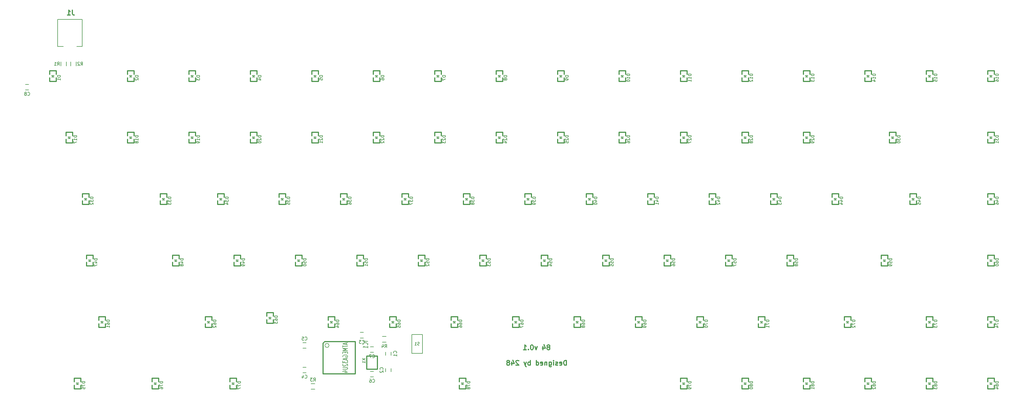
<source format=gbr>
G04 #@! TF.FileFunction,Legend,Bot*
%FSLAX46Y46*%
G04 Gerber Fmt 4.6, Leading zero omitted, Abs format (unit mm)*
G04 Created by KiCad (PCBNEW 4.0.1-stable) date 2/13/2016 10:11:50 PM*
%MOMM*%
G01*
G04 APERTURE LIST*
%ADD10C,0.100000*%
%ADD11C,0.300000*%
%ADD12C,0.150000*%
%ADD13C,0.200000*%
%ADD14C,0.304800*%
%ADD15C,0.203200*%
%ADD16C,0.200660*%
%ADD17C,0.149860*%
%ADD18C,0.158800*%
G04 APERTURE END LIST*
D10*
D11*
X157582713Y-90258429D02*
X157725571Y-90187000D01*
X157796999Y-90115571D01*
X157868428Y-89972714D01*
X157868428Y-89901286D01*
X157796999Y-89758429D01*
X157725571Y-89687000D01*
X157582713Y-89615571D01*
X157296999Y-89615571D01*
X157154142Y-89687000D01*
X157082713Y-89758429D01*
X157011285Y-89901286D01*
X157011285Y-89972714D01*
X157082713Y-90115571D01*
X157154142Y-90187000D01*
X157296999Y-90258429D01*
X157582713Y-90258429D01*
X157725571Y-90329857D01*
X157796999Y-90401286D01*
X157868428Y-90544143D01*
X157868428Y-90829857D01*
X157796999Y-90972714D01*
X157725571Y-91044143D01*
X157582713Y-91115571D01*
X157296999Y-91115571D01*
X157154142Y-91044143D01*
X157082713Y-90972714D01*
X157011285Y-90829857D01*
X157011285Y-90544143D01*
X157082713Y-90401286D01*
X157154142Y-90329857D01*
X157296999Y-90258429D01*
X155725571Y-90115571D02*
X155725571Y-91115571D01*
X156082714Y-89544143D02*
X156439857Y-90615571D01*
X155511285Y-90615571D01*
X153939857Y-90115571D02*
X153582714Y-91115571D01*
X153225572Y-90115571D01*
X152368429Y-89615571D02*
X152225572Y-89615571D01*
X152082715Y-89687000D01*
X152011286Y-89758429D01*
X151939857Y-89901286D01*
X151868429Y-90187000D01*
X151868429Y-90544143D01*
X151939857Y-90829857D01*
X152011286Y-90972714D01*
X152082715Y-91044143D01*
X152225572Y-91115571D01*
X152368429Y-91115571D01*
X152511286Y-91044143D01*
X152582715Y-90972714D01*
X152654143Y-90829857D01*
X152725572Y-90544143D01*
X152725572Y-90187000D01*
X152654143Y-89901286D01*
X152582715Y-89758429D01*
X152511286Y-89687000D01*
X152368429Y-89615571D01*
X151225572Y-90972714D02*
X151154144Y-91044143D01*
X151225572Y-91115571D01*
X151297001Y-91044143D01*
X151225572Y-90972714D01*
X151225572Y-91115571D01*
X149725572Y-91115571D02*
X150582715Y-91115571D01*
X150154143Y-91115571D02*
X150154143Y-89615571D01*
X150297000Y-89829857D01*
X150439858Y-89972714D01*
X150582715Y-90044143D01*
X163011285Y-95915571D02*
X163011285Y-94415571D01*
X162654142Y-94415571D01*
X162439857Y-94487000D01*
X162296999Y-94629857D01*
X162225571Y-94772714D01*
X162154142Y-95058429D01*
X162154142Y-95272714D01*
X162225571Y-95558429D01*
X162296999Y-95701286D01*
X162439857Y-95844143D01*
X162654142Y-95915571D01*
X163011285Y-95915571D01*
X160939857Y-95844143D02*
X161082714Y-95915571D01*
X161368428Y-95915571D01*
X161511285Y-95844143D01*
X161582714Y-95701286D01*
X161582714Y-95129857D01*
X161511285Y-94987000D01*
X161368428Y-94915571D01*
X161082714Y-94915571D01*
X160939857Y-94987000D01*
X160868428Y-95129857D01*
X160868428Y-95272714D01*
X161582714Y-95415571D01*
X160297000Y-95844143D02*
X160154143Y-95915571D01*
X159868428Y-95915571D01*
X159725571Y-95844143D01*
X159654143Y-95701286D01*
X159654143Y-95629857D01*
X159725571Y-95487000D01*
X159868428Y-95415571D01*
X160082714Y-95415571D01*
X160225571Y-95344143D01*
X160297000Y-95201286D01*
X160297000Y-95129857D01*
X160225571Y-94987000D01*
X160082714Y-94915571D01*
X159868428Y-94915571D01*
X159725571Y-94987000D01*
X159011285Y-95915571D02*
X159011285Y-94915571D01*
X159011285Y-94415571D02*
X159082714Y-94487000D01*
X159011285Y-94558429D01*
X158939857Y-94487000D01*
X159011285Y-94415571D01*
X159011285Y-94558429D01*
X157654142Y-94915571D02*
X157654142Y-96129857D01*
X157725571Y-96272714D01*
X157796999Y-96344143D01*
X157939856Y-96415571D01*
X158154142Y-96415571D01*
X158296999Y-96344143D01*
X157654142Y-95844143D02*
X157796999Y-95915571D01*
X158082713Y-95915571D01*
X158225571Y-95844143D01*
X158296999Y-95772714D01*
X158368428Y-95629857D01*
X158368428Y-95201286D01*
X158296999Y-95058429D01*
X158225571Y-94987000D01*
X158082713Y-94915571D01*
X157796999Y-94915571D01*
X157654142Y-94987000D01*
X156939856Y-94915571D02*
X156939856Y-95915571D01*
X156939856Y-95058429D02*
X156868428Y-94987000D01*
X156725570Y-94915571D01*
X156511285Y-94915571D01*
X156368428Y-94987000D01*
X156296999Y-95129857D01*
X156296999Y-95915571D01*
X155011285Y-95844143D02*
X155154142Y-95915571D01*
X155439856Y-95915571D01*
X155582713Y-95844143D01*
X155654142Y-95701286D01*
X155654142Y-95129857D01*
X155582713Y-94987000D01*
X155439856Y-94915571D01*
X155154142Y-94915571D01*
X155011285Y-94987000D01*
X154939856Y-95129857D01*
X154939856Y-95272714D01*
X155654142Y-95415571D01*
X153654142Y-95915571D02*
X153654142Y-94415571D01*
X153654142Y-95844143D02*
X153796999Y-95915571D01*
X154082713Y-95915571D01*
X154225571Y-95844143D01*
X154296999Y-95772714D01*
X154368428Y-95629857D01*
X154368428Y-95201286D01*
X154296999Y-95058429D01*
X154225571Y-94987000D01*
X154082713Y-94915571D01*
X153796999Y-94915571D01*
X153654142Y-94987000D01*
X151796999Y-95915571D02*
X151796999Y-94415571D01*
X151796999Y-94987000D02*
X151654142Y-94915571D01*
X151368428Y-94915571D01*
X151225571Y-94987000D01*
X151154142Y-95058429D01*
X151082713Y-95201286D01*
X151082713Y-95629857D01*
X151154142Y-95772714D01*
X151225571Y-95844143D01*
X151368428Y-95915571D01*
X151654142Y-95915571D01*
X151796999Y-95844143D01*
X150582713Y-94915571D02*
X150225570Y-95915571D01*
X149868428Y-94915571D02*
X150225570Y-95915571D01*
X150368428Y-96272714D01*
X150439856Y-96344143D01*
X150582713Y-96415571D01*
X148225571Y-94558429D02*
X148154142Y-94487000D01*
X148011285Y-94415571D01*
X147654142Y-94415571D01*
X147511285Y-94487000D01*
X147439856Y-94558429D01*
X147368428Y-94701286D01*
X147368428Y-94844143D01*
X147439856Y-95058429D01*
X148296999Y-95915571D01*
X147368428Y-95915571D01*
X146082714Y-94915571D02*
X146082714Y-95915571D01*
X146439857Y-94344143D02*
X146797000Y-95415571D01*
X145868428Y-95415571D01*
X145082714Y-95058429D02*
X145225572Y-94987000D01*
X145297000Y-94915571D01*
X145368429Y-94772714D01*
X145368429Y-94701286D01*
X145297000Y-94558429D01*
X145225572Y-94487000D01*
X145082714Y-94415571D01*
X144797000Y-94415571D01*
X144654143Y-94487000D01*
X144582714Y-94558429D01*
X144511286Y-94701286D01*
X144511286Y-94772714D01*
X144582714Y-94915571D01*
X144654143Y-94987000D01*
X144797000Y-95058429D01*
X145082714Y-95058429D01*
X145225572Y-95129857D01*
X145297000Y-95201286D01*
X145368429Y-95344143D01*
X145368429Y-95629857D01*
X145297000Y-95772714D01*
X145225572Y-95844143D01*
X145082714Y-95915571D01*
X144797000Y-95915571D01*
X144654143Y-95844143D01*
X144582714Y-95772714D01*
X144511286Y-95629857D01*
X144511286Y-95344143D01*
X144582714Y-95201286D01*
X144654143Y-95129857D01*
X144797000Y-95058429D01*
D12*
X108673000Y-91829000D02*
X108673000Y-92829000D01*
X106973000Y-92829000D02*
X106973000Y-91829000D01*
X106973000Y-97909000D02*
X106973000Y-96909000D01*
X108673000Y-96909000D02*
X108673000Y-97909000D01*
X100068000Y-87464000D02*
X99068000Y-87464000D01*
X99068000Y-85764000D02*
X100068000Y-85764000D01*
X82288000Y-98259000D02*
X81288000Y-98259000D01*
X81288000Y-96559000D02*
X82288000Y-96559000D01*
X81288000Y-88939000D02*
X82288000Y-88939000D01*
X82288000Y-90639000D02*
X81288000Y-90639000D01*
X103243000Y-99529000D02*
X102243000Y-99529000D01*
X102243000Y-97829000D02*
X103243000Y-97829000D01*
X103243000Y-91909000D02*
X102243000Y-91909000D01*
X102243000Y-90209000D02*
X103243000Y-90209000D01*
X-3691000Y-10629000D02*
X-4691000Y-10629000D01*
X-4691000Y-8929000D02*
X-3691000Y-8929000D01*
D11*
X2794000Y-6877000D02*
X2794000Y-8001000D01*
X2794000Y-8001000D02*
X4826000Y-8001000D01*
X4826000Y-8001000D02*
X4826000Y-6877000D01*
X2794000Y-5796000D02*
X2794000Y-4699000D01*
X2794000Y-4699000D02*
X4826000Y-4699000D01*
X4826000Y-4699000D02*
X4826000Y-5796000D01*
D13*
X3429000Y-6604000D02*
X4191000Y-6604000D01*
X3429000Y-6159500D02*
X4191000Y-6159500D01*
X4191000Y-6159500D02*
X3810000Y-6540500D01*
X3810000Y-6540500D02*
X3429000Y-6159500D01*
D11*
X26924000Y-6877000D02*
X26924000Y-8001000D01*
X26924000Y-8001000D02*
X28956000Y-8001000D01*
X28956000Y-8001000D02*
X28956000Y-6877000D01*
X26924000Y-5796000D02*
X26924000Y-4699000D01*
X26924000Y-4699000D02*
X28956000Y-4699000D01*
X28956000Y-4699000D02*
X28956000Y-5796000D01*
D13*
X27559000Y-6604000D02*
X28321000Y-6604000D01*
X27559000Y-6159500D02*
X28321000Y-6159500D01*
X28321000Y-6159500D02*
X27940000Y-6540500D01*
X27940000Y-6540500D02*
X27559000Y-6159500D01*
D11*
X45974000Y-6877000D02*
X45974000Y-8001000D01*
X45974000Y-8001000D02*
X48006000Y-8001000D01*
X48006000Y-8001000D02*
X48006000Y-6877000D01*
X45974000Y-5796000D02*
X45974000Y-4699000D01*
X45974000Y-4699000D02*
X48006000Y-4699000D01*
X48006000Y-4699000D02*
X48006000Y-5796000D01*
D13*
X46609000Y-6604000D02*
X47371000Y-6604000D01*
X46609000Y-6159500D02*
X47371000Y-6159500D01*
X47371000Y-6159500D02*
X46990000Y-6540500D01*
X46990000Y-6540500D02*
X46609000Y-6159500D01*
D11*
X65024000Y-6877000D02*
X65024000Y-8001000D01*
X65024000Y-8001000D02*
X67056000Y-8001000D01*
X67056000Y-8001000D02*
X67056000Y-6877000D01*
X65024000Y-5796000D02*
X65024000Y-4699000D01*
X65024000Y-4699000D02*
X67056000Y-4699000D01*
X67056000Y-4699000D02*
X67056000Y-5796000D01*
D13*
X65659000Y-6604000D02*
X66421000Y-6604000D01*
X65659000Y-6159500D02*
X66421000Y-6159500D01*
X66421000Y-6159500D02*
X66040000Y-6540500D01*
X66040000Y-6540500D02*
X65659000Y-6159500D01*
D11*
X84074000Y-6877000D02*
X84074000Y-8001000D01*
X84074000Y-8001000D02*
X86106000Y-8001000D01*
X86106000Y-8001000D02*
X86106000Y-6877000D01*
X84074000Y-5796000D02*
X84074000Y-4699000D01*
X84074000Y-4699000D02*
X86106000Y-4699000D01*
X86106000Y-4699000D02*
X86106000Y-5796000D01*
D13*
X84709000Y-6604000D02*
X85471000Y-6604000D01*
X84709000Y-6159500D02*
X85471000Y-6159500D01*
X85471000Y-6159500D02*
X85090000Y-6540500D01*
X85090000Y-6540500D02*
X84709000Y-6159500D01*
D11*
X103124000Y-6877000D02*
X103124000Y-8001000D01*
X103124000Y-8001000D02*
X105156000Y-8001000D01*
X105156000Y-8001000D02*
X105156000Y-6877000D01*
X103124000Y-5796000D02*
X103124000Y-4699000D01*
X103124000Y-4699000D02*
X105156000Y-4699000D01*
X105156000Y-4699000D02*
X105156000Y-5796000D01*
D13*
X103759000Y-6604000D02*
X104521000Y-6604000D01*
X103759000Y-6159500D02*
X104521000Y-6159500D01*
X104521000Y-6159500D02*
X104140000Y-6540500D01*
X104140000Y-6540500D02*
X103759000Y-6159500D01*
D11*
X122174000Y-6877000D02*
X122174000Y-8001000D01*
X122174000Y-8001000D02*
X124206000Y-8001000D01*
X124206000Y-8001000D02*
X124206000Y-6877000D01*
X122174000Y-5796000D02*
X122174000Y-4699000D01*
X122174000Y-4699000D02*
X124206000Y-4699000D01*
X124206000Y-4699000D02*
X124206000Y-5796000D01*
D13*
X122809000Y-6604000D02*
X123571000Y-6604000D01*
X122809000Y-6159500D02*
X123571000Y-6159500D01*
X123571000Y-6159500D02*
X123190000Y-6540500D01*
X123190000Y-6540500D02*
X122809000Y-6159500D01*
D11*
X141224000Y-6877000D02*
X141224000Y-8001000D01*
X141224000Y-8001000D02*
X143256000Y-8001000D01*
X143256000Y-8001000D02*
X143256000Y-6877000D01*
X141224000Y-5796000D02*
X141224000Y-4699000D01*
X141224000Y-4699000D02*
X143256000Y-4699000D01*
X143256000Y-4699000D02*
X143256000Y-5796000D01*
D13*
X141859000Y-6604000D02*
X142621000Y-6604000D01*
X141859000Y-6159500D02*
X142621000Y-6159500D01*
X142621000Y-6159500D02*
X142240000Y-6540500D01*
X142240000Y-6540500D02*
X141859000Y-6159500D01*
D11*
X160274000Y-6877000D02*
X160274000Y-8001000D01*
X160274000Y-8001000D02*
X162306000Y-8001000D01*
X162306000Y-8001000D02*
X162306000Y-6877000D01*
X160274000Y-5796000D02*
X160274000Y-4699000D01*
X160274000Y-4699000D02*
X162306000Y-4699000D01*
X162306000Y-4699000D02*
X162306000Y-5796000D01*
D13*
X160909000Y-6604000D02*
X161671000Y-6604000D01*
X160909000Y-6159500D02*
X161671000Y-6159500D01*
X161671000Y-6159500D02*
X161290000Y-6540500D01*
X161290000Y-6540500D02*
X160909000Y-6159500D01*
D11*
X179324000Y-6877000D02*
X179324000Y-8001000D01*
X179324000Y-8001000D02*
X181356000Y-8001000D01*
X181356000Y-8001000D02*
X181356000Y-6877000D01*
X179324000Y-5796000D02*
X179324000Y-4699000D01*
X179324000Y-4699000D02*
X181356000Y-4699000D01*
X181356000Y-4699000D02*
X181356000Y-5796000D01*
D13*
X179959000Y-6604000D02*
X180721000Y-6604000D01*
X179959000Y-6159500D02*
X180721000Y-6159500D01*
X180721000Y-6159500D02*
X180340000Y-6540500D01*
X180340000Y-6540500D02*
X179959000Y-6159500D01*
D11*
X198374000Y-6877000D02*
X198374000Y-8001000D01*
X198374000Y-8001000D02*
X200406000Y-8001000D01*
X200406000Y-8001000D02*
X200406000Y-6877000D01*
X198374000Y-5796000D02*
X198374000Y-4699000D01*
X198374000Y-4699000D02*
X200406000Y-4699000D01*
X200406000Y-4699000D02*
X200406000Y-5796000D01*
D13*
X199009000Y-6604000D02*
X199771000Y-6604000D01*
X199009000Y-6159500D02*
X199771000Y-6159500D01*
X199771000Y-6159500D02*
X199390000Y-6540500D01*
X199390000Y-6540500D02*
X199009000Y-6159500D01*
D11*
X217424000Y-6877000D02*
X217424000Y-8001000D01*
X217424000Y-8001000D02*
X219456000Y-8001000D01*
X219456000Y-8001000D02*
X219456000Y-6877000D01*
X217424000Y-5796000D02*
X217424000Y-4699000D01*
X217424000Y-4699000D02*
X219456000Y-4699000D01*
X219456000Y-4699000D02*
X219456000Y-5796000D01*
D13*
X218059000Y-6604000D02*
X218821000Y-6604000D01*
X218059000Y-6159500D02*
X218821000Y-6159500D01*
X218821000Y-6159500D02*
X218440000Y-6540500D01*
X218440000Y-6540500D02*
X218059000Y-6159500D01*
D11*
X236474000Y-6877000D02*
X236474000Y-8001000D01*
X236474000Y-8001000D02*
X238506000Y-8001000D01*
X238506000Y-8001000D02*
X238506000Y-6877000D01*
X236474000Y-5796000D02*
X236474000Y-4699000D01*
X236474000Y-4699000D02*
X238506000Y-4699000D01*
X238506000Y-4699000D02*
X238506000Y-5796000D01*
D13*
X237109000Y-6604000D02*
X237871000Y-6604000D01*
X237109000Y-6159500D02*
X237871000Y-6159500D01*
X237871000Y-6159500D02*
X237490000Y-6540500D01*
X237490000Y-6540500D02*
X237109000Y-6159500D01*
D11*
X255524000Y-6877000D02*
X255524000Y-8001000D01*
X255524000Y-8001000D02*
X257556000Y-8001000D01*
X257556000Y-8001000D02*
X257556000Y-6877000D01*
X255524000Y-5796000D02*
X255524000Y-4699000D01*
X255524000Y-4699000D02*
X257556000Y-4699000D01*
X257556000Y-4699000D02*
X257556000Y-5796000D01*
D13*
X256159000Y-6604000D02*
X256921000Y-6604000D01*
X256159000Y-6159500D02*
X256921000Y-6159500D01*
X256921000Y-6159500D02*
X256540000Y-6540500D01*
X256540000Y-6540500D02*
X256159000Y-6159500D01*
D11*
X274574000Y-6877000D02*
X274574000Y-8001000D01*
X274574000Y-8001000D02*
X276606000Y-8001000D01*
X276606000Y-8001000D02*
X276606000Y-6877000D01*
X274574000Y-5796000D02*
X274574000Y-4699000D01*
X274574000Y-4699000D02*
X276606000Y-4699000D01*
X276606000Y-4699000D02*
X276606000Y-5796000D01*
D13*
X275209000Y-6604000D02*
X275971000Y-6604000D01*
X275209000Y-6159500D02*
X275971000Y-6159500D01*
X275971000Y-6159500D02*
X275590000Y-6540500D01*
X275590000Y-6540500D02*
X275209000Y-6159500D01*
D11*
X293624000Y-6877000D02*
X293624000Y-8001000D01*
X293624000Y-8001000D02*
X295656000Y-8001000D01*
X295656000Y-8001000D02*
X295656000Y-6877000D01*
X293624000Y-5796000D02*
X293624000Y-4699000D01*
X293624000Y-4699000D02*
X295656000Y-4699000D01*
X295656000Y-4699000D02*
X295656000Y-5796000D01*
D13*
X294259000Y-6604000D02*
X295021000Y-6604000D01*
X294259000Y-6159500D02*
X295021000Y-6159500D01*
X295021000Y-6159500D02*
X294640000Y-6540500D01*
X294640000Y-6540500D02*
X294259000Y-6159500D01*
D11*
X7874000Y-25927000D02*
X7874000Y-27051000D01*
X7874000Y-27051000D02*
X9906000Y-27051000D01*
X9906000Y-27051000D02*
X9906000Y-25927000D01*
X7874000Y-24846000D02*
X7874000Y-23749000D01*
X7874000Y-23749000D02*
X9906000Y-23749000D01*
X9906000Y-23749000D02*
X9906000Y-24846000D01*
D13*
X8509000Y-25654000D02*
X9271000Y-25654000D01*
X8509000Y-25209500D02*
X9271000Y-25209500D01*
X9271000Y-25209500D02*
X8890000Y-25590500D01*
X8890000Y-25590500D02*
X8509000Y-25209500D01*
D11*
X26924000Y-25927000D02*
X26924000Y-27051000D01*
X26924000Y-27051000D02*
X28956000Y-27051000D01*
X28956000Y-27051000D02*
X28956000Y-25927000D01*
X26924000Y-24846000D02*
X26924000Y-23749000D01*
X26924000Y-23749000D02*
X28956000Y-23749000D01*
X28956000Y-23749000D02*
X28956000Y-24846000D01*
D13*
X27559000Y-25654000D02*
X28321000Y-25654000D01*
X27559000Y-25209500D02*
X28321000Y-25209500D01*
X28321000Y-25209500D02*
X27940000Y-25590500D01*
X27940000Y-25590500D02*
X27559000Y-25209500D01*
D11*
X45974000Y-25927000D02*
X45974000Y-27051000D01*
X45974000Y-27051000D02*
X48006000Y-27051000D01*
X48006000Y-27051000D02*
X48006000Y-25927000D01*
X45974000Y-24846000D02*
X45974000Y-23749000D01*
X45974000Y-23749000D02*
X48006000Y-23749000D01*
X48006000Y-23749000D02*
X48006000Y-24846000D01*
D13*
X46609000Y-25654000D02*
X47371000Y-25654000D01*
X46609000Y-25209500D02*
X47371000Y-25209500D01*
X47371000Y-25209500D02*
X46990000Y-25590500D01*
X46990000Y-25590500D02*
X46609000Y-25209500D01*
D11*
X65024000Y-25927000D02*
X65024000Y-27051000D01*
X65024000Y-27051000D02*
X67056000Y-27051000D01*
X67056000Y-27051000D02*
X67056000Y-25927000D01*
X65024000Y-24846000D02*
X65024000Y-23749000D01*
X65024000Y-23749000D02*
X67056000Y-23749000D01*
X67056000Y-23749000D02*
X67056000Y-24846000D01*
D13*
X65659000Y-25654000D02*
X66421000Y-25654000D01*
X65659000Y-25209500D02*
X66421000Y-25209500D01*
X66421000Y-25209500D02*
X66040000Y-25590500D01*
X66040000Y-25590500D02*
X65659000Y-25209500D01*
D11*
X84074000Y-25927000D02*
X84074000Y-27051000D01*
X84074000Y-27051000D02*
X86106000Y-27051000D01*
X86106000Y-27051000D02*
X86106000Y-25927000D01*
X84074000Y-24846000D02*
X84074000Y-23749000D01*
X84074000Y-23749000D02*
X86106000Y-23749000D01*
X86106000Y-23749000D02*
X86106000Y-24846000D01*
D13*
X84709000Y-25654000D02*
X85471000Y-25654000D01*
X84709000Y-25209500D02*
X85471000Y-25209500D01*
X85471000Y-25209500D02*
X85090000Y-25590500D01*
X85090000Y-25590500D02*
X84709000Y-25209500D01*
D11*
X103124000Y-25927000D02*
X103124000Y-27051000D01*
X103124000Y-27051000D02*
X105156000Y-27051000D01*
X105156000Y-27051000D02*
X105156000Y-25927000D01*
X103124000Y-24846000D02*
X103124000Y-23749000D01*
X103124000Y-23749000D02*
X105156000Y-23749000D01*
X105156000Y-23749000D02*
X105156000Y-24846000D01*
D13*
X103759000Y-25654000D02*
X104521000Y-25654000D01*
X103759000Y-25209500D02*
X104521000Y-25209500D01*
X104521000Y-25209500D02*
X104140000Y-25590500D01*
X104140000Y-25590500D02*
X103759000Y-25209500D01*
D11*
X122174000Y-25927000D02*
X122174000Y-27051000D01*
X122174000Y-27051000D02*
X124206000Y-27051000D01*
X124206000Y-27051000D02*
X124206000Y-25927000D01*
X122174000Y-24846000D02*
X122174000Y-23749000D01*
X122174000Y-23749000D02*
X124206000Y-23749000D01*
X124206000Y-23749000D02*
X124206000Y-24846000D01*
D13*
X122809000Y-25654000D02*
X123571000Y-25654000D01*
X122809000Y-25209500D02*
X123571000Y-25209500D01*
X123571000Y-25209500D02*
X123190000Y-25590500D01*
X123190000Y-25590500D02*
X122809000Y-25209500D01*
D11*
X141224000Y-25927000D02*
X141224000Y-27051000D01*
X141224000Y-27051000D02*
X143256000Y-27051000D01*
X143256000Y-27051000D02*
X143256000Y-25927000D01*
X141224000Y-24846000D02*
X141224000Y-23749000D01*
X141224000Y-23749000D02*
X143256000Y-23749000D01*
X143256000Y-23749000D02*
X143256000Y-24846000D01*
D13*
X141859000Y-25654000D02*
X142621000Y-25654000D01*
X141859000Y-25209500D02*
X142621000Y-25209500D01*
X142621000Y-25209500D02*
X142240000Y-25590500D01*
X142240000Y-25590500D02*
X141859000Y-25209500D01*
D11*
X160274000Y-25927000D02*
X160274000Y-27051000D01*
X160274000Y-27051000D02*
X162306000Y-27051000D01*
X162306000Y-27051000D02*
X162306000Y-25927000D01*
X160274000Y-24846000D02*
X160274000Y-23749000D01*
X160274000Y-23749000D02*
X162306000Y-23749000D01*
X162306000Y-23749000D02*
X162306000Y-24846000D01*
D13*
X160909000Y-25654000D02*
X161671000Y-25654000D01*
X160909000Y-25209500D02*
X161671000Y-25209500D01*
X161671000Y-25209500D02*
X161290000Y-25590500D01*
X161290000Y-25590500D02*
X160909000Y-25209500D01*
D11*
X179324000Y-25927000D02*
X179324000Y-27051000D01*
X179324000Y-27051000D02*
X181356000Y-27051000D01*
X181356000Y-27051000D02*
X181356000Y-25927000D01*
X179324000Y-24846000D02*
X179324000Y-23749000D01*
X179324000Y-23749000D02*
X181356000Y-23749000D01*
X181356000Y-23749000D02*
X181356000Y-24846000D01*
D13*
X179959000Y-25654000D02*
X180721000Y-25654000D01*
X179959000Y-25209500D02*
X180721000Y-25209500D01*
X180721000Y-25209500D02*
X180340000Y-25590500D01*
X180340000Y-25590500D02*
X179959000Y-25209500D01*
D11*
X198374000Y-25927000D02*
X198374000Y-27051000D01*
X198374000Y-27051000D02*
X200406000Y-27051000D01*
X200406000Y-27051000D02*
X200406000Y-25927000D01*
X198374000Y-24846000D02*
X198374000Y-23749000D01*
X198374000Y-23749000D02*
X200406000Y-23749000D01*
X200406000Y-23749000D02*
X200406000Y-24846000D01*
D13*
X199009000Y-25654000D02*
X199771000Y-25654000D01*
X199009000Y-25209500D02*
X199771000Y-25209500D01*
X199771000Y-25209500D02*
X199390000Y-25590500D01*
X199390000Y-25590500D02*
X199009000Y-25209500D01*
D11*
X217424000Y-25927000D02*
X217424000Y-27051000D01*
X217424000Y-27051000D02*
X219456000Y-27051000D01*
X219456000Y-27051000D02*
X219456000Y-25927000D01*
X217424000Y-24846000D02*
X217424000Y-23749000D01*
X217424000Y-23749000D02*
X219456000Y-23749000D01*
X219456000Y-23749000D02*
X219456000Y-24846000D01*
D13*
X218059000Y-25654000D02*
X218821000Y-25654000D01*
X218059000Y-25209500D02*
X218821000Y-25209500D01*
X218821000Y-25209500D02*
X218440000Y-25590500D01*
X218440000Y-25590500D02*
X218059000Y-25209500D01*
D11*
X236474000Y-25927000D02*
X236474000Y-27051000D01*
X236474000Y-27051000D02*
X238506000Y-27051000D01*
X238506000Y-27051000D02*
X238506000Y-25927000D01*
X236474000Y-24846000D02*
X236474000Y-23749000D01*
X236474000Y-23749000D02*
X238506000Y-23749000D01*
X238506000Y-23749000D02*
X238506000Y-24846000D01*
D13*
X237109000Y-25654000D02*
X237871000Y-25654000D01*
X237109000Y-25209500D02*
X237871000Y-25209500D01*
X237871000Y-25209500D02*
X237490000Y-25590500D01*
X237490000Y-25590500D02*
X237109000Y-25209500D01*
D11*
X263144000Y-25927000D02*
X263144000Y-27051000D01*
X263144000Y-27051000D02*
X265176000Y-27051000D01*
X265176000Y-27051000D02*
X265176000Y-25927000D01*
X263144000Y-24846000D02*
X263144000Y-23749000D01*
X263144000Y-23749000D02*
X265176000Y-23749000D01*
X265176000Y-23749000D02*
X265176000Y-24846000D01*
D13*
X263779000Y-25654000D02*
X264541000Y-25654000D01*
X263779000Y-25209500D02*
X264541000Y-25209500D01*
X264541000Y-25209500D02*
X264160000Y-25590500D01*
X264160000Y-25590500D02*
X263779000Y-25209500D01*
D11*
X293624000Y-25927000D02*
X293624000Y-27051000D01*
X293624000Y-27051000D02*
X295656000Y-27051000D01*
X295656000Y-27051000D02*
X295656000Y-25927000D01*
X293624000Y-24846000D02*
X293624000Y-23749000D01*
X293624000Y-23749000D02*
X295656000Y-23749000D01*
X295656000Y-23749000D02*
X295656000Y-24846000D01*
D13*
X294259000Y-25654000D02*
X295021000Y-25654000D01*
X294259000Y-25209500D02*
X295021000Y-25209500D01*
X295021000Y-25209500D02*
X294640000Y-25590500D01*
X294640000Y-25590500D02*
X294259000Y-25209500D01*
D11*
X12954000Y-44977000D02*
X12954000Y-46101000D01*
X12954000Y-46101000D02*
X14986000Y-46101000D01*
X14986000Y-46101000D02*
X14986000Y-44977000D01*
X12954000Y-43896000D02*
X12954000Y-42799000D01*
X12954000Y-42799000D02*
X14986000Y-42799000D01*
X14986000Y-42799000D02*
X14986000Y-43896000D01*
D13*
X13589000Y-44704000D02*
X14351000Y-44704000D01*
X13589000Y-44259500D02*
X14351000Y-44259500D01*
X14351000Y-44259500D02*
X13970000Y-44640500D01*
X13970000Y-44640500D02*
X13589000Y-44259500D01*
D11*
X37084000Y-44977000D02*
X37084000Y-46101000D01*
X37084000Y-46101000D02*
X39116000Y-46101000D01*
X39116000Y-46101000D02*
X39116000Y-44977000D01*
X37084000Y-43896000D02*
X37084000Y-42799000D01*
X37084000Y-42799000D02*
X39116000Y-42799000D01*
X39116000Y-42799000D02*
X39116000Y-43896000D01*
D13*
X37719000Y-44704000D02*
X38481000Y-44704000D01*
X37719000Y-44259500D02*
X38481000Y-44259500D01*
X38481000Y-44259500D02*
X38100000Y-44640500D01*
X38100000Y-44640500D02*
X37719000Y-44259500D01*
D11*
X54864000Y-44977000D02*
X54864000Y-46101000D01*
X54864000Y-46101000D02*
X56896000Y-46101000D01*
X56896000Y-46101000D02*
X56896000Y-44977000D01*
X54864000Y-43896000D02*
X54864000Y-42799000D01*
X54864000Y-42799000D02*
X56896000Y-42799000D01*
X56896000Y-42799000D02*
X56896000Y-43896000D01*
D13*
X55499000Y-44704000D02*
X56261000Y-44704000D01*
X55499000Y-44259500D02*
X56261000Y-44259500D01*
X56261000Y-44259500D02*
X55880000Y-44640500D01*
X55880000Y-44640500D02*
X55499000Y-44259500D01*
D11*
X73914000Y-44977000D02*
X73914000Y-46101000D01*
X73914000Y-46101000D02*
X75946000Y-46101000D01*
X75946000Y-46101000D02*
X75946000Y-44977000D01*
X73914000Y-43896000D02*
X73914000Y-42799000D01*
X73914000Y-42799000D02*
X75946000Y-42799000D01*
X75946000Y-42799000D02*
X75946000Y-43896000D01*
D13*
X74549000Y-44704000D02*
X75311000Y-44704000D01*
X74549000Y-44259500D02*
X75311000Y-44259500D01*
X75311000Y-44259500D02*
X74930000Y-44640500D01*
X74930000Y-44640500D02*
X74549000Y-44259500D01*
D11*
X92964000Y-44977000D02*
X92964000Y-46101000D01*
X92964000Y-46101000D02*
X94996000Y-46101000D01*
X94996000Y-46101000D02*
X94996000Y-44977000D01*
X92964000Y-43896000D02*
X92964000Y-42799000D01*
X92964000Y-42799000D02*
X94996000Y-42799000D01*
X94996000Y-42799000D02*
X94996000Y-43896000D01*
D13*
X93599000Y-44704000D02*
X94361000Y-44704000D01*
X93599000Y-44259500D02*
X94361000Y-44259500D01*
X94361000Y-44259500D02*
X93980000Y-44640500D01*
X93980000Y-44640500D02*
X93599000Y-44259500D01*
D11*
X112014000Y-44977000D02*
X112014000Y-46101000D01*
X112014000Y-46101000D02*
X114046000Y-46101000D01*
X114046000Y-46101000D02*
X114046000Y-44977000D01*
X112014000Y-43896000D02*
X112014000Y-42799000D01*
X112014000Y-42799000D02*
X114046000Y-42799000D01*
X114046000Y-42799000D02*
X114046000Y-43896000D01*
D13*
X112649000Y-44704000D02*
X113411000Y-44704000D01*
X112649000Y-44259500D02*
X113411000Y-44259500D01*
X113411000Y-44259500D02*
X113030000Y-44640500D01*
X113030000Y-44640500D02*
X112649000Y-44259500D01*
D11*
X131064000Y-44977000D02*
X131064000Y-46101000D01*
X131064000Y-46101000D02*
X133096000Y-46101000D01*
X133096000Y-46101000D02*
X133096000Y-44977000D01*
X131064000Y-43896000D02*
X131064000Y-42799000D01*
X131064000Y-42799000D02*
X133096000Y-42799000D01*
X133096000Y-42799000D02*
X133096000Y-43896000D01*
D13*
X131699000Y-44704000D02*
X132461000Y-44704000D01*
X131699000Y-44259500D02*
X132461000Y-44259500D01*
X132461000Y-44259500D02*
X132080000Y-44640500D01*
X132080000Y-44640500D02*
X131699000Y-44259500D01*
D11*
X150114000Y-44977000D02*
X150114000Y-46101000D01*
X150114000Y-46101000D02*
X152146000Y-46101000D01*
X152146000Y-46101000D02*
X152146000Y-44977000D01*
X150114000Y-43896000D02*
X150114000Y-42799000D01*
X150114000Y-42799000D02*
X152146000Y-42799000D01*
X152146000Y-42799000D02*
X152146000Y-43896000D01*
D13*
X150749000Y-44704000D02*
X151511000Y-44704000D01*
X150749000Y-44259500D02*
X151511000Y-44259500D01*
X151511000Y-44259500D02*
X151130000Y-44640500D01*
X151130000Y-44640500D02*
X150749000Y-44259500D01*
D11*
X169164000Y-44977000D02*
X169164000Y-46101000D01*
X169164000Y-46101000D02*
X171196000Y-46101000D01*
X171196000Y-46101000D02*
X171196000Y-44977000D01*
X169164000Y-43896000D02*
X169164000Y-42799000D01*
X169164000Y-42799000D02*
X171196000Y-42799000D01*
X171196000Y-42799000D02*
X171196000Y-43896000D01*
D13*
X169799000Y-44704000D02*
X170561000Y-44704000D01*
X169799000Y-44259500D02*
X170561000Y-44259500D01*
X170561000Y-44259500D02*
X170180000Y-44640500D01*
X170180000Y-44640500D02*
X169799000Y-44259500D01*
D11*
X188214000Y-44977000D02*
X188214000Y-46101000D01*
X188214000Y-46101000D02*
X190246000Y-46101000D01*
X190246000Y-46101000D02*
X190246000Y-44977000D01*
X188214000Y-43896000D02*
X188214000Y-42799000D01*
X188214000Y-42799000D02*
X190246000Y-42799000D01*
X190246000Y-42799000D02*
X190246000Y-43896000D01*
D13*
X188849000Y-44704000D02*
X189611000Y-44704000D01*
X188849000Y-44259500D02*
X189611000Y-44259500D01*
X189611000Y-44259500D02*
X189230000Y-44640500D01*
X189230000Y-44640500D02*
X188849000Y-44259500D01*
D11*
X207264000Y-44977000D02*
X207264000Y-46101000D01*
X207264000Y-46101000D02*
X209296000Y-46101000D01*
X209296000Y-46101000D02*
X209296000Y-44977000D01*
X207264000Y-43896000D02*
X207264000Y-42799000D01*
X207264000Y-42799000D02*
X209296000Y-42799000D01*
X209296000Y-42799000D02*
X209296000Y-43896000D01*
D13*
X207899000Y-44704000D02*
X208661000Y-44704000D01*
X207899000Y-44259500D02*
X208661000Y-44259500D01*
X208661000Y-44259500D02*
X208280000Y-44640500D01*
X208280000Y-44640500D02*
X207899000Y-44259500D01*
D11*
X226314000Y-44977000D02*
X226314000Y-46101000D01*
X226314000Y-46101000D02*
X228346000Y-46101000D01*
X228346000Y-46101000D02*
X228346000Y-44977000D01*
X226314000Y-43896000D02*
X226314000Y-42799000D01*
X226314000Y-42799000D02*
X228346000Y-42799000D01*
X228346000Y-42799000D02*
X228346000Y-43896000D01*
D13*
X226949000Y-44704000D02*
X227711000Y-44704000D01*
X226949000Y-44259500D02*
X227711000Y-44259500D01*
X227711000Y-44259500D02*
X227330000Y-44640500D01*
X227330000Y-44640500D02*
X226949000Y-44259500D01*
D11*
X245364000Y-44977000D02*
X245364000Y-46101000D01*
X245364000Y-46101000D02*
X247396000Y-46101000D01*
X247396000Y-46101000D02*
X247396000Y-44977000D01*
X245364000Y-43896000D02*
X245364000Y-42799000D01*
X245364000Y-42799000D02*
X247396000Y-42799000D01*
X247396000Y-42799000D02*
X247396000Y-43896000D01*
D13*
X245999000Y-44704000D02*
X246761000Y-44704000D01*
X245999000Y-44259500D02*
X246761000Y-44259500D01*
X246761000Y-44259500D02*
X246380000Y-44640500D01*
X246380000Y-44640500D02*
X245999000Y-44259500D01*
D11*
X269494000Y-44977000D02*
X269494000Y-46101000D01*
X269494000Y-46101000D02*
X271526000Y-46101000D01*
X271526000Y-46101000D02*
X271526000Y-44977000D01*
X269494000Y-43896000D02*
X269494000Y-42799000D01*
X269494000Y-42799000D02*
X271526000Y-42799000D01*
X271526000Y-42799000D02*
X271526000Y-43896000D01*
D13*
X270129000Y-44704000D02*
X270891000Y-44704000D01*
X270129000Y-44259500D02*
X270891000Y-44259500D01*
X270891000Y-44259500D02*
X270510000Y-44640500D01*
X270510000Y-44640500D02*
X270129000Y-44259500D01*
D11*
X293624000Y-44977000D02*
X293624000Y-46101000D01*
X293624000Y-46101000D02*
X295656000Y-46101000D01*
X295656000Y-46101000D02*
X295656000Y-44977000D01*
X293624000Y-43896000D02*
X293624000Y-42799000D01*
X293624000Y-42799000D02*
X295656000Y-42799000D01*
X295656000Y-42799000D02*
X295656000Y-43896000D01*
D13*
X294259000Y-44704000D02*
X295021000Y-44704000D01*
X294259000Y-44259500D02*
X295021000Y-44259500D01*
X295021000Y-44259500D02*
X294640000Y-44640500D01*
X294640000Y-44640500D02*
X294259000Y-44259500D01*
D11*
X14224000Y-64027000D02*
X14224000Y-65151000D01*
X14224000Y-65151000D02*
X16256000Y-65151000D01*
X16256000Y-65151000D02*
X16256000Y-64027000D01*
X14224000Y-62946000D02*
X14224000Y-61849000D01*
X14224000Y-61849000D02*
X16256000Y-61849000D01*
X16256000Y-61849000D02*
X16256000Y-62946000D01*
D13*
X14859000Y-63754000D02*
X15621000Y-63754000D01*
X14859000Y-63309500D02*
X15621000Y-63309500D01*
X15621000Y-63309500D02*
X15240000Y-63690500D01*
X15240000Y-63690500D02*
X14859000Y-63309500D01*
D11*
X40894000Y-64027000D02*
X40894000Y-65151000D01*
X40894000Y-65151000D02*
X42926000Y-65151000D01*
X42926000Y-65151000D02*
X42926000Y-64027000D01*
X40894000Y-62946000D02*
X40894000Y-61849000D01*
X40894000Y-61849000D02*
X42926000Y-61849000D01*
X42926000Y-61849000D02*
X42926000Y-62946000D01*
D13*
X41529000Y-63754000D02*
X42291000Y-63754000D01*
X41529000Y-63309500D02*
X42291000Y-63309500D01*
X42291000Y-63309500D02*
X41910000Y-63690500D01*
X41910000Y-63690500D02*
X41529000Y-63309500D01*
D11*
X59944000Y-64027000D02*
X59944000Y-65151000D01*
X59944000Y-65151000D02*
X61976000Y-65151000D01*
X61976000Y-65151000D02*
X61976000Y-64027000D01*
X59944000Y-62946000D02*
X59944000Y-61849000D01*
X59944000Y-61849000D02*
X61976000Y-61849000D01*
X61976000Y-61849000D02*
X61976000Y-62946000D01*
D13*
X60579000Y-63754000D02*
X61341000Y-63754000D01*
X60579000Y-63309500D02*
X61341000Y-63309500D01*
X61341000Y-63309500D02*
X60960000Y-63690500D01*
X60960000Y-63690500D02*
X60579000Y-63309500D01*
D11*
X78994000Y-64027000D02*
X78994000Y-65151000D01*
X78994000Y-65151000D02*
X81026000Y-65151000D01*
X81026000Y-65151000D02*
X81026000Y-64027000D01*
X78994000Y-62946000D02*
X78994000Y-61849000D01*
X78994000Y-61849000D02*
X81026000Y-61849000D01*
X81026000Y-61849000D02*
X81026000Y-62946000D01*
D13*
X79629000Y-63754000D02*
X80391000Y-63754000D01*
X79629000Y-63309500D02*
X80391000Y-63309500D01*
X80391000Y-63309500D02*
X80010000Y-63690500D01*
X80010000Y-63690500D02*
X79629000Y-63309500D01*
D11*
X98044000Y-64027000D02*
X98044000Y-65151000D01*
X98044000Y-65151000D02*
X100076000Y-65151000D01*
X100076000Y-65151000D02*
X100076000Y-64027000D01*
X98044000Y-62946000D02*
X98044000Y-61849000D01*
X98044000Y-61849000D02*
X100076000Y-61849000D01*
X100076000Y-61849000D02*
X100076000Y-62946000D01*
D13*
X98679000Y-63754000D02*
X99441000Y-63754000D01*
X98679000Y-63309500D02*
X99441000Y-63309500D01*
X99441000Y-63309500D02*
X99060000Y-63690500D01*
X99060000Y-63690500D02*
X98679000Y-63309500D01*
D11*
X117094000Y-64027000D02*
X117094000Y-65151000D01*
X117094000Y-65151000D02*
X119126000Y-65151000D01*
X119126000Y-65151000D02*
X119126000Y-64027000D01*
X117094000Y-62946000D02*
X117094000Y-61849000D01*
X117094000Y-61849000D02*
X119126000Y-61849000D01*
X119126000Y-61849000D02*
X119126000Y-62946000D01*
D13*
X117729000Y-63754000D02*
X118491000Y-63754000D01*
X117729000Y-63309500D02*
X118491000Y-63309500D01*
X118491000Y-63309500D02*
X118110000Y-63690500D01*
X118110000Y-63690500D02*
X117729000Y-63309500D01*
D11*
X136144000Y-64027000D02*
X136144000Y-65151000D01*
X136144000Y-65151000D02*
X138176000Y-65151000D01*
X138176000Y-65151000D02*
X138176000Y-64027000D01*
X136144000Y-62946000D02*
X136144000Y-61849000D01*
X136144000Y-61849000D02*
X138176000Y-61849000D01*
X138176000Y-61849000D02*
X138176000Y-62946000D01*
D13*
X136779000Y-63754000D02*
X137541000Y-63754000D01*
X136779000Y-63309500D02*
X137541000Y-63309500D01*
X137541000Y-63309500D02*
X137160000Y-63690500D01*
X137160000Y-63690500D02*
X136779000Y-63309500D01*
D11*
X155194000Y-64027000D02*
X155194000Y-65151000D01*
X155194000Y-65151000D02*
X157226000Y-65151000D01*
X157226000Y-65151000D02*
X157226000Y-64027000D01*
X155194000Y-62946000D02*
X155194000Y-61849000D01*
X155194000Y-61849000D02*
X157226000Y-61849000D01*
X157226000Y-61849000D02*
X157226000Y-62946000D01*
D13*
X155829000Y-63754000D02*
X156591000Y-63754000D01*
X155829000Y-63309500D02*
X156591000Y-63309500D01*
X156591000Y-63309500D02*
X156210000Y-63690500D01*
X156210000Y-63690500D02*
X155829000Y-63309500D01*
D11*
X174244000Y-64027000D02*
X174244000Y-65151000D01*
X174244000Y-65151000D02*
X176276000Y-65151000D01*
X176276000Y-65151000D02*
X176276000Y-64027000D01*
X174244000Y-62946000D02*
X174244000Y-61849000D01*
X174244000Y-61849000D02*
X176276000Y-61849000D01*
X176276000Y-61849000D02*
X176276000Y-62946000D01*
D13*
X174879000Y-63754000D02*
X175641000Y-63754000D01*
X174879000Y-63309500D02*
X175641000Y-63309500D01*
X175641000Y-63309500D02*
X175260000Y-63690500D01*
X175260000Y-63690500D02*
X174879000Y-63309500D01*
D11*
X193294000Y-64027000D02*
X193294000Y-65151000D01*
X193294000Y-65151000D02*
X195326000Y-65151000D01*
X195326000Y-65151000D02*
X195326000Y-64027000D01*
X193294000Y-62946000D02*
X193294000Y-61849000D01*
X193294000Y-61849000D02*
X195326000Y-61849000D01*
X195326000Y-61849000D02*
X195326000Y-62946000D01*
D13*
X193929000Y-63754000D02*
X194691000Y-63754000D01*
X193929000Y-63309500D02*
X194691000Y-63309500D01*
X194691000Y-63309500D02*
X194310000Y-63690500D01*
X194310000Y-63690500D02*
X193929000Y-63309500D01*
D11*
X212344000Y-64027000D02*
X212344000Y-65151000D01*
X212344000Y-65151000D02*
X214376000Y-65151000D01*
X214376000Y-65151000D02*
X214376000Y-64027000D01*
X212344000Y-62946000D02*
X212344000Y-61849000D01*
X212344000Y-61849000D02*
X214376000Y-61849000D01*
X214376000Y-61849000D02*
X214376000Y-62946000D01*
D13*
X212979000Y-63754000D02*
X213741000Y-63754000D01*
X212979000Y-63309500D02*
X213741000Y-63309500D01*
X213741000Y-63309500D02*
X213360000Y-63690500D01*
X213360000Y-63690500D02*
X212979000Y-63309500D01*
D11*
X231394000Y-64027000D02*
X231394000Y-65151000D01*
X231394000Y-65151000D02*
X233426000Y-65151000D01*
X233426000Y-65151000D02*
X233426000Y-64027000D01*
X231394000Y-62946000D02*
X231394000Y-61849000D01*
X231394000Y-61849000D02*
X233426000Y-61849000D01*
X233426000Y-61849000D02*
X233426000Y-62946000D01*
D13*
X232029000Y-63754000D02*
X232791000Y-63754000D01*
X232029000Y-63309500D02*
X232791000Y-63309500D01*
X232791000Y-63309500D02*
X232410000Y-63690500D01*
X232410000Y-63690500D02*
X232029000Y-63309500D01*
D11*
X260604000Y-64027000D02*
X260604000Y-65151000D01*
X260604000Y-65151000D02*
X262636000Y-65151000D01*
X262636000Y-65151000D02*
X262636000Y-64027000D01*
X260604000Y-62946000D02*
X260604000Y-61849000D01*
X260604000Y-61849000D02*
X262636000Y-61849000D01*
X262636000Y-61849000D02*
X262636000Y-62946000D01*
D13*
X261239000Y-63754000D02*
X262001000Y-63754000D01*
X261239000Y-63309500D02*
X262001000Y-63309500D01*
X262001000Y-63309500D02*
X261620000Y-63690500D01*
X261620000Y-63690500D02*
X261239000Y-63309500D01*
D11*
X293624000Y-64027000D02*
X293624000Y-65151000D01*
X293624000Y-65151000D02*
X295656000Y-65151000D01*
X295656000Y-65151000D02*
X295656000Y-64027000D01*
X293624000Y-62946000D02*
X293624000Y-61849000D01*
X293624000Y-61849000D02*
X295656000Y-61849000D01*
X295656000Y-61849000D02*
X295656000Y-62946000D01*
D13*
X294259000Y-63754000D02*
X295021000Y-63754000D01*
X294259000Y-63309500D02*
X295021000Y-63309500D01*
X295021000Y-63309500D02*
X294640000Y-63690500D01*
X294640000Y-63690500D02*
X294259000Y-63309500D01*
D11*
X18034000Y-83077000D02*
X18034000Y-84201000D01*
X18034000Y-84201000D02*
X20066000Y-84201000D01*
X20066000Y-84201000D02*
X20066000Y-83077000D01*
X18034000Y-81996000D02*
X18034000Y-80899000D01*
X18034000Y-80899000D02*
X20066000Y-80899000D01*
X20066000Y-80899000D02*
X20066000Y-81996000D01*
D13*
X18669000Y-82804000D02*
X19431000Y-82804000D01*
X18669000Y-82359500D02*
X19431000Y-82359500D01*
X19431000Y-82359500D02*
X19050000Y-82740500D01*
X19050000Y-82740500D02*
X18669000Y-82359500D01*
D11*
X51054000Y-83077000D02*
X51054000Y-84201000D01*
X51054000Y-84201000D02*
X53086000Y-84201000D01*
X53086000Y-84201000D02*
X53086000Y-83077000D01*
X51054000Y-81996000D02*
X51054000Y-80899000D01*
X51054000Y-80899000D02*
X53086000Y-80899000D01*
X53086000Y-80899000D02*
X53086000Y-81996000D01*
D13*
X51689000Y-82804000D02*
X52451000Y-82804000D01*
X51689000Y-82359500D02*
X52451000Y-82359500D01*
X52451000Y-82359500D02*
X52070000Y-82740500D01*
X52070000Y-82740500D02*
X51689000Y-82359500D01*
D11*
X70104000Y-81807000D02*
X70104000Y-82931000D01*
X70104000Y-82931000D02*
X72136000Y-82931000D01*
X72136000Y-82931000D02*
X72136000Y-81807000D01*
X70104000Y-80726000D02*
X70104000Y-79629000D01*
X70104000Y-79629000D02*
X72136000Y-79629000D01*
X72136000Y-79629000D02*
X72136000Y-80726000D01*
D13*
X70739000Y-81534000D02*
X71501000Y-81534000D01*
X70739000Y-81089500D02*
X71501000Y-81089500D01*
X71501000Y-81089500D02*
X71120000Y-81470500D01*
X71120000Y-81470500D02*
X70739000Y-81089500D01*
D11*
X89154000Y-83077000D02*
X89154000Y-84201000D01*
X89154000Y-84201000D02*
X91186000Y-84201000D01*
X91186000Y-84201000D02*
X91186000Y-83077000D01*
X89154000Y-81996000D02*
X89154000Y-80899000D01*
X89154000Y-80899000D02*
X91186000Y-80899000D01*
X91186000Y-80899000D02*
X91186000Y-81996000D01*
D13*
X89789000Y-82804000D02*
X90551000Y-82804000D01*
X89789000Y-82359500D02*
X90551000Y-82359500D01*
X90551000Y-82359500D02*
X90170000Y-82740500D01*
X90170000Y-82740500D02*
X89789000Y-82359500D01*
D11*
X108204000Y-83077000D02*
X108204000Y-84201000D01*
X108204000Y-84201000D02*
X110236000Y-84201000D01*
X110236000Y-84201000D02*
X110236000Y-83077000D01*
X108204000Y-81996000D02*
X108204000Y-80899000D01*
X108204000Y-80899000D02*
X110236000Y-80899000D01*
X110236000Y-80899000D02*
X110236000Y-81996000D01*
D13*
X108839000Y-82804000D02*
X109601000Y-82804000D01*
X108839000Y-82359500D02*
X109601000Y-82359500D01*
X109601000Y-82359500D02*
X109220000Y-82740500D01*
X109220000Y-82740500D02*
X108839000Y-82359500D01*
D11*
X127254000Y-83077000D02*
X127254000Y-84201000D01*
X127254000Y-84201000D02*
X129286000Y-84201000D01*
X129286000Y-84201000D02*
X129286000Y-83077000D01*
X127254000Y-81996000D02*
X127254000Y-80899000D01*
X127254000Y-80899000D02*
X129286000Y-80899000D01*
X129286000Y-80899000D02*
X129286000Y-81996000D01*
D13*
X127889000Y-82804000D02*
X128651000Y-82804000D01*
X127889000Y-82359500D02*
X128651000Y-82359500D01*
X128651000Y-82359500D02*
X128270000Y-82740500D01*
X128270000Y-82740500D02*
X127889000Y-82359500D01*
D11*
X146304000Y-83077000D02*
X146304000Y-84201000D01*
X146304000Y-84201000D02*
X148336000Y-84201000D01*
X148336000Y-84201000D02*
X148336000Y-83077000D01*
X146304000Y-81996000D02*
X146304000Y-80899000D01*
X146304000Y-80899000D02*
X148336000Y-80899000D01*
X148336000Y-80899000D02*
X148336000Y-81996000D01*
D13*
X146939000Y-82804000D02*
X147701000Y-82804000D01*
X146939000Y-82359500D02*
X147701000Y-82359500D01*
X147701000Y-82359500D02*
X147320000Y-82740500D01*
X147320000Y-82740500D02*
X146939000Y-82359500D01*
D11*
X165354000Y-83077000D02*
X165354000Y-84201000D01*
X165354000Y-84201000D02*
X167386000Y-84201000D01*
X167386000Y-84201000D02*
X167386000Y-83077000D01*
X165354000Y-81996000D02*
X165354000Y-80899000D01*
X165354000Y-80899000D02*
X167386000Y-80899000D01*
X167386000Y-80899000D02*
X167386000Y-81996000D01*
D13*
X165989000Y-82804000D02*
X166751000Y-82804000D01*
X165989000Y-82359500D02*
X166751000Y-82359500D01*
X166751000Y-82359500D02*
X166370000Y-82740500D01*
X166370000Y-82740500D02*
X165989000Y-82359500D01*
D11*
X184404000Y-83077000D02*
X184404000Y-84201000D01*
X184404000Y-84201000D02*
X186436000Y-84201000D01*
X186436000Y-84201000D02*
X186436000Y-83077000D01*
X184404000Y-81996000D02*
X184404000Y-80899000D01*
X184404000Y-80899000D02*
X186436000Y-80899000D01*
X186436000Y-80899000D02*
X186436000Y-81996000D01*
D13*
X185039000Y-82804000D02*
X185801000Y-82804000D01*
X185039000Y-82359500D02*
X185801000Y-82359500D01*
X185801000Y-82359500D02*
X185420000Y-82740500D01*
X185420000Y-82740500D02*
X185039000Y-82359500D01*
D11*
X203454000Y-83077000D02*
X203454000Y-84201000D01*
X203454000Y-84201000D02*
X205486000Y-84201000D01*
X205486000Y-84201000D02*
X205486000Y-83077000D01*
X203454000Y-81996000D02*
X203454000Y-80899000D01*
X203454000Y-80899000D02*
X205486000Y-80899000D01*
X205486000Y-80899000D02*
X205486000Y-81996000D01*
D13*
X204089000Y-82804000D02*
X204851000Y-82804000D01*
X204089000Y-82359500D02*
X204851000Y-82359500D01*
X204851000Y-82359500D02*
X204470000Y-82740500D01*
X204470000Y-82740500D02*
X204089000Y-82359500D01*
D11*
X222504000Y-83077000D02*
X222504000Y-84201000D01*
X222504000Y-84201000D02*
X224536000Y-84201000D01*
X224536000Y-84201000D02*
X224536000Y-83077000D01*
X222504000Y-81996000D02*
X222504000Y-80899000D01*
X222504000Y-80899000D02*
X224536000Y-80899000D01*
X224536000Y-80899000D02*
X224536000Y-81996000D01*
D13*
X223139000Y-82804000D02*
X223901000Y-82804000D01*
X223139000Y-82359500D02*
X223901000Y-82359500D01*
X223901000Y-82359500D02*
X223520000Y-82740500D01*
X223520000Y-82740500D02*
X223139000Y-82359500D01*
D11*
X249174000Y-83077000D02*
X249174000Y-84201000D01*
X249174000Y-84201000D02*
X251206000Y-84201000D01*
X251206000Y-84201000D02*
X251206000Y-83077000D01*
X249174000Y-81996000D02*
X249174000Y-80899000D01*
X249174000Y-80899000D02*
X251206000Y-80899000D01*
X251206000Y-80899000D02*
X251206000Y-81996000D01*
D13*
X249809000Y-82804000D02*
X250571000Y-82804000D01*
X249809000Y-82359500D02*
X250571000Y-82359500D01*
X250571000Y-82359500D02*
X250190000Y-82740500D01*
X250190000Y-82740500D02*
X249809000Y-82359500D01*
D11*
X274574000Y-83077000D02*
X274574000Y-84201000D01*
X274574000Y-84201000D02*
X276606000Y-84201000D01*
X276606000Y-84201000D02*
X276606000Y-83077000D01*
X274574000Y-81996000D02*
X274574000Y-80899000D01*
X274574000Y-80899000D02*
X276606000Y-80899000D01*
X276606000Y-80899000D02*
X276606000Y-81996000D01*
D13*
X275209000Y-82804000D02*
X275971000Y-82804000D01*
X275209000Y-82359500D02*
X275971000Y-82359500D01*
X275971000Y-82359500D02*
X275590000Y-82740500D01*
X275590000Y-82740500D02*
X275209000Y-82359500D01*
D11*
X293624000Y-83077000D02*
X293624000Y-84201000D01*
X293624000Y-84201000D02*
X295656000Y-84201000D01*
X295656000Y-84201000D02*
X295656000Y-83077000D01*
X293624000Y-81996000D02*
X293624000Y-80899000D01*
X293624000Y-80899000D02*
X295656000Y-80899000D01*
X295656000Y-80899000D02*
X295656000Y-81996000D01*
D13*
X294259000Y-82804000D02*
X295021000Y-82804000D01*
X294259000Y-82359500D02*
X295021000Y-82359500D01*
X295021000Y-82359500D02*
X294640000Y-82740500D01*
X294640000Y-82740500D02*
X294259000Y-82359500D01*
D11*
X10414000Y-102127000D02*
X10414000Y-103251000D01*
X10414000Y-103251000D02*
X12446000Y-103251000D01*
X12446000Y-103251000D02*
X12446000Y-102127000D01*
X10414000Y-101046000D02*
X10414000Y-99949000D01*
X10414000Y-99949000D02*
X12446000Y-99949000D01*
X12446000Y-99949000D02*
X12446000Y-101046000D01*
D13*
X11049000Y-101854000D02*
X11811000Y-101854000D01*
X11049000Y-101409500D02*
X11811000Y-101409500D01*
X11811000Y-101409500D02*
X11430000Y-101790500D01*
X11430000Y-101790500D02*
X11049000Y-101409500D01*
D11*
X34544000Y-102127000D02*
X34544000Y-103251000D01*
X34544000Y-103251000D02*
X36576000Y-103251000D01*
X36576000Y-103251000D02*
X36576000Y-102127000D01*
X34544000Y-101046000D02*
X34544000Y-99949000D01*
X34544000Y-99949000D02*
X36576000Y-99949000D01*
X36576000Y-99949000D02*
X36576000Y-101046000D01*
D13*
X35179000Y-101854000D02*
X35941000Y-101854000D01*
X35179000Y-101409500D02*
X35941000Y-101409500D01*
X35941000Y-101409500D02*
X35560000Y-101790500D01*
X35560000Y-101790500D02*
X35179000Y-101409500D01*
D11*
X58674000Y-102127000D02*
X58674000Y-103251000D01*
X58674000Y-103251000D02*
X60706000Y-103251000D01*
X60706000Y-103251000D02*
X60706000Y-102127000D01*
X58674000Y-101046000D02*
X58674000Y-99949000D01*
X58674000Y-99949000D02*
X60706000Y-99949000D01*
X60706000Y-99949000D02*
X60706000Y-101046000D01*
D13*
X59309000Y-101854000D02*
X60071000Y-101854000D01*
X59309000Y-101409500D02*
X60071000Y-101409500D01*
X60071000Y-101409500D02*
X59690000Y-101790500D01*
X59690000Y-101790500D02*
X59309000Y-101409500D01*
D11*
X129794000Y-102127000D02*
X129794000Y-103251000D01*
X129794000Y-103251000D02*
X131826000Y-103251000D01*
X131826000Y-103251000D02*
X131826000Y-102127000D01*
X129794000Y-101046000D02*
X129794000Y-99949000D01*
X129794000Y-99949000D02*
X131826000Y-99949000D01*
X131826000Y-99949000D02*
X131826000Y-101046000D01*
D13*
X130429000Y-101854000D02*
X131191000Y-101854000D01*
X130429000Y-101409500D02*
X131191000Y-101409500D01*
X131191000Y-101409500D02*
X130810000Y-101790500D01*
X130810000Y-101790500D02*
X130429000Y-101409500D01*
D11*
X198374000Y-102127000D02*
X198374000Y-103251000D01*
X198374000Y-103251000D02*
X200406000Y-103251000D01*
X200406000Y-103251000D02*
X200406000Y-102127000D01*
X198374000Y-101046000D02*
X198374000Y-99949000D01*
X198374000Y-99949000D02*
X200406000Y-99949000D01*
X200406000Y-99949000D02*
X200406000Y-101046000D01*
D13*
X199009000Y-101854000D02*
X199771000Y-101854000D01*
X199009000Y-101409500D02*
X199771000Y-101409500D01*
X199771000Y-101409500D02*
X199390000Y-101790500D01*
X199390000Y-101790500D02*
X199009000Y-101409500D01*
D11*
X217424000Y-102127000D02*
X217424000Y-103251000D01*
X217424000Y-103251000D02*
X219456000Y-103251000D01*
X219456000Y-103251000D02*
X219456000Y-102127000D01*
X217424000Y-101046000D02*
X217424000Y-99949000D01*
X217424000Y-99949000D02*
X219456000Y-99949000D01*
X219456000Y-99949000D02*
X219456000Y-101046000D01*
D13*
X218059000Y-101854000D02*
X218821000Y-101854000D01*
X218059000Y-101409500D02*
X218821000Y-101409500D01*
X218821000Y-101409500D02*
X218440000Y-101790500D01*
X218440000Y-101790500D02*
X218059000Y-101409500D01*
D11*
X236474000Y-102127000D02*
X236474000Y-103251000D01*
X236474000Y-103251000D02*
X238506000Y-103251000D01*
X238506000Y-103251000D02*
X238506000Y-102127000D01*
X236474000Y-101046000D02*
X236474000Y-99949000D01*
X236474000Y-99949000D02*
X238506000Y-99949000D01*
X238506000Y-99949000D02*
X238506000Y-101046000D01*
D13*
X237109000Y-101854000D02*
X237871000Y-101854000D01*
X237109000Y-101409500D02*
X237871000Y-101409500D01*
X237871000Y-101409500D02*
X237490000Y-101790500D01*
X237490000Y-101790500D02*
X237109000Y-101409500D01*
D11*
X255524000Y-102127000D02*
X255524000Y-103251000D01*
X255524000Y-103251000D02*
X257556000Y-103251000D01*
X257556000Y-103251000D02*
X257556000Y-102127000D01*
X255524000Y-101046000D02*
X255524000Y-99949000D01*
X255524000Y-99949000D02*
X257556000Y-99949000D01*
X257556000Y-99949000D02*
X257556000Y-101046000D01*
D13*
X256159000Y-101854000D02*
X256921000Y-101854000D01*
X256159000Y-101409500D02*
X256921000Y-101409500D01*
X256921000Y-101409500D02*
X256540000Y-101790500D01*
X256540000Y-101790500D02*
X256159000Y-101409500D01*
D11*
X274574000Y-102127000D02*
X274574000Y-103251000D01*
X274574000Y-103251000D02*
X276606000Y-103251000D01*
X276606000Y-103251000D02*
X276606000Y-102127000D01*
X274574000Y-101046000D02*
X274574000Y-99949000D01*
X274574000Y-99949000D02*
X276606000Y-99949000D01*
X276606000Y-99949000D02*
X276606000Y-101046000D01*
D13*
X275209000Y-101854000D02*
X275971000Y-101854000D01*
X275209000Y-101409500D02*
X275971000Y-101409500D01*
X275971000Y-101409500D02*
X275590000Y-101790500D01*
X275590000Y-101790500D02*
X275209000Y-101409500D01*
D11*
X293624000Y-102127000D02*
X293624000Y-103251000D01*
X293624000Y-103251000D02*
X295656000Y-103251000D01*
X295656000Y-103251000D02*
X295656000Y-102127000D01*
X293624000Y-101046000D02*
X293624000Y-99949000D01*
X293624000Y-99949000D02*
X295656000Y-99949000D01*
X295656000Y-99949000D02*
X295656000Y-101046000D01*
D13*
X294259000Y-101854000D02*
X295021000Y-101854000D01*
X294259000Y-101409500D02*
X295021000Y-101409500D01*
X295021000Y-101409500D02*
X294640000Y-101790500D01*
X294640000Y-101790500D02*
X294259000Y-101409500D01*
D14*
X87579200Y-98602800D02*
X97586800Y-98602800D01*
X97586800Y-98602800D02*
X97586800Y-88595200D01*
X88061800Y-88595200D02*
X97586800Y-88595200D01*
X87579200Y-89077800D02*
X87579200Y-98602800D01*
X88061800Y-88595200D02*
X87579200Y-89077800D01*
D15*
X89408000Y-89789000D02*
G75*
G03X89408000Y-89789000I-635000J0D01*
G01*
D16*
X11211500Y2878750D02*
X12862500Y2878750D01*
X12862500Y2878750D02*
X12862500Y11260750D01*
X12862500Y11260750D02*
X5242500Y11260750D01*
X5242500Y11260750D02*
X5242500Y2878750D01*
X5242500Y2878750D02*
X7020500Y2878750D01*
D12*
X7987000Y-3140000D02*
X7987000Y-1940000D01*
X6237000Y-1940000D02*
X6237000Y-3140000D01*
X9285000Y-1940000D02*
X9285000Y-3140000D01*
X11035000Y-3140000D02*
X11035000Y-1940000D01*
X83855000Y-103364000D02*
X85055000Y-103364000D01*
X85055000Y-101614000D02*
X83855000Y-101614000D01*
X107153000Y-87009000D02*
X105953000Y-87009000D01*
X105953000Y-88759000D02*
X107153000Y-88759000D01*
D17*
X118364000Y-92202000D02*
X118364000Y-86360000D01*
X118364000Y-86360000D02*
X115062000Y-86360000D01*
X115062000Y-86360000D02*
X115062000Y-92202000D01*
X115062000Y-92202000D02*
X118364000Y-92202000D01*
D11*
X101092000Y-97155000D02*
X104394000Y-97155000D01*
X104394000Y-97155000D02*
X104394000Y-93091000D01*
X104394000Y-93091000D02*
X101092000Y-93091000D01*
X101092000Y-93091000D02*
X101092000Y-97155000D01*
D12*
X110280143Y-92162334D02*
X110327762Y-92114715D01*
X110375381Y-91971858D01*
X110375381Y-91876620D01*
X110327762Y-91733762D01*
X110232524Y-91638524D01*
X110137286Y-91590905D01*
X109946810Y-91543286D01*
X109803952Y-91543286D01*
X109613476Y-91590905D01*
X109518238Y-91638524D01*
X109423000Y-91733762D01*
X109375381Y-91876620D01*
X109375381Y-91971858D01*
X109423000Y-92114715D01*
X109470619Y-92162334D01*
X110375381Y-93114715D02*
X110375381Y-92543286D01*
X110375381Y-92829000D02*
X109375381Y-92829000D01*
X109518238Y-92733762D01*
X109613476Y-92638524D01*
X109661095Y-92543286D01*
X106080143Y-97242334D02*
X106127762Y-97194715D01*
X106175381Y-97051858D01*
X106175381Y-96956620D01*
X106127762Y-96813762D01*
X106032524Y-96718524D01*
X105937286Y-96670905D01*
X105746810Y-96623286D01*
X105603952Y-96623286D01*
X105413476Y-96670905D01*
X105318238Y-96718524D01*
X105223000Y-96813762D01*
X105175381Y-96956620D01*
X105175381Y-97051858D01*
X105223000Y-97194715D01*
X105270619Y-97242334D01*
X105270619Y-97623286D02*
X105223000Y-97670905D01*
X105175381Y-97766143D01*
X105175381Y-98004239D01*
X105223000Y-98099477D01*
X105270619Y-98147096D01*
X105365857Y-98194715D01*
X105461095Y-98194715D01*
X105603952Y-98147096D01*
X106175381Y-97575667D01*
X106175381Y-98194715D01*
X99734666Y-89071143D02*
X99782285Y-89118762D01*
X99925142Y-89166381D01*
X100020380Y-89166381D01*
X100163238Y-89118762D01*
X100258476Y-89023524D01*
X100306095Y-88928286D01*
X100353714Y-88737810D01*
X100353714Y-88594952D01*
X100306095Y-88404476D01*
X100258476Y-88309238D01*
X100163238Y-88214000D01*
X100020380Y-88166381D01*
X99925142Y-88166381D01*
X99782285Y-88214000D01*
X99734666Y-88261619D01*
X99401333Y-88166381D02*
X98782285Y-88166381D01*
X99115619Y-88547333D01*
X98972761Y-88547333D01*
X98877523Y-88594952D01*
X98829904Y-88642571D01*
X98782285Y-88737810D01*
X98782285Y-88975905D01*
X98829904Y-89071143D01*
X98877523Y-89118762D01*
X98972761Y-89166381D01*
X99258476Y-89166381D01*
X99353714Y-89118762D01*
X99401333Y-89071143D01*
X81954666Y-99866143D02*
X82002285Y-99913762D01*
X82145142Y-99961381D01*
X82240380Y-99961381D01*
X82383238Y-99913762D01*
X82478476Y-99818524D01*
X82526095Y-99723286D01*
X82573714Y-99532810D01*
X82573714Y-99389952D01*
X82526095Y-99199476D01*
X82478476Y-99104238D01*
X82383238Y-99009000D01*
X82240380Y-98961381D01*
X82145142Y-98961381D01*
X82002285Y-99009000D01*
X81954666Y-99056619D01*
X81097523Y-99294714D02*
X81097523Y-99961381D01*
X81335619Y-98913762D02*
X81573714Y-99628048D01*
X80954666Y-99628048D01*
X81954666Y-88046143D02*
X82002285Y-88093762D01*
X82145142Y-88141381D01*
X82240380Y-88141381D01*
X82383238Y-88093762D01*
X82478476Y-87998524D01*
X82526095Y-87903286D01*
X82573714Y-87712810D01*
X82573714Y-87569952D01*
X82526095Y-87379476D01*
X82478476Y-87284238D01*
X82383238Y-87189000D01*
X82240380Y-87141381D01*
X82145142Y-87141381D01*
X82002285Y-87189000D01*
X81954666Y-87236619D01*
X81049904Y-87141381D02*
X81526095Y-87141381D01*
X81573714Y-87617571D01*
X81526095Y-87569952D01*
X81430857Y-87522333D01*
X81192761Y-87522333D01*
X81097523Y-87569952D01*
X81049904Y-87617571D01*
X81002285Y-87712810D01*
X81002285Y-87950905D01*
X81049904Y-88046143D01*
X81097523Y-88093762D01*
X81192761Y-88141381D01*
X81430857Y-88141381D01*
X81526095Y-88093762D01*
X81573714Y-88046143D01*
X102909666Y-101136143D02*
X102957285Y-101183762D01*
X103100142Y-101231381D01*
X103195380Y-101231381D01*
X103338238Y-101183762D01*
X103433476Y-101088524D01*
X103481095Y-100993286D01*
X103528714Y-100802810D01*
X103528714Y-100659952D01*
X103481095Y-100469476D01*
X103433476Y-100374238D01*
X103338238Y-100279000D01*
X103195380Y-100231381D01*
X103100142Y-100231381D01*
X102957285Y-100279000D01*
X102909666Y-100326619D01*
X102052523Y-100231381D02*
X102243000Y-100231381D01*
X102338238Y-100279000D01*
X102385857Y-100326619D01*
X102481095Y-100469476D01*
X102528714Y-100659952D01*
X102528714Y-101040905D01*
X102481095Y-101136143D01*
X102433476Y-101183762D01*
X102338238Y-101231381D01*
X102147761Y-101231381D01*
X102052523Y-101183762D01*
X102004904Y-101136143D01*
X101957285Y-101040905D01*
X101957285Y-100802810D01*
X102004904Y-100707571D01*
X102052523Y-100659952D01*
X102147761Y-100612333D01*
X102338238Y-100612333D01*
X102433476Y-100659952D01*
X102481095Y-100707571D01*
X102528714Y-100802810D01*
X102909666Y-93516143D02*
X102957285Y-93563762D01*
X103100142Y-93611381D01*
X103195380Y-93611381D01*
X103338238Y-93563762D01*
X103433476Y-93468524D01*
X103481095Y-93373286D01*
X103528714Y-93182810D01*
X103528714Y-93039952D01*
X103481095Y-92849476D01*
X103433476Y-92754238D01*
X103338238Y-92659000D01*
X103195380Y-92611381D01*
X103100142Y-92611381D01*
X102957285Y-92659000D01*
X102909666Y-92706619D01*
X102576333Y-92611381D02*
X101909666Y-92611381D01*
X102338238Y-93611381D01*
X-4024334Y-12236143D02*
X-3976715Y-12283762D01*
X-3833858Y-12331381D01*
X-3738620Y-12331381D01*
X-3595762Y-12283762D01*
X-3500524Y-12188524D01*
X-3452905Y-12093286D01*
X-3405286Y-11902810D01*
X-3405286Y-11759952D01*
X-3452905Y-11569476D01*
X-3500524Y-11474238D01*
X-3595762Y-11379000D01*
X-3738620Y-11331381D01*
X-3833858Y-11331381D01*
X-3976715Y-11379000D01*
X-4024334Y-11426619D01*
X-4595762Y-11759952D02*
X-4500524Y-11712333D01*
X-4452905Y-11664714D01*
X-4405286Y-11569476D01*
X-4405286Y-11521857D01*
X-4452905Y-11426619D01*
X-4500524Y-11379000D01*
X-4595762Y-11331381D01*
X-4786239Y-11331381D01*
X-4881477Y-11379000D01*
X-4929096Y-11426619D01*
X-4976715Y-11521857D01*
X-4976715Y-11569476D01*
X-4929096Y-11664714D01*
X-4881477Y-11712333D01*
X-4786239Y-11759952D01*
X-4595762Y-11759952D01*
X-4500524Y-11807571D01*
X-4452905Y-11855190D01*
X-4405286Y-11950429D01*
X-4405286Y-12140905D01*
X-4452905Y-12236143D01*
X-4500524Y-12283762D01*
X-4595762Y-12331381D01*
X-4786239Y-12331381D01*
X-4881477Y-12283762D01*
X-4929096Y-12236143D01*
X-4976715Y-12140905D01*
X-4976715Y-11950429D01*
X-4929096Y-11855190D01*
X-4881477Y-11807571D01*
X-4786239Y-11759952D01*
D18*
X6137976Y-6167881D02*
X5202976Y-6167881D01*
X5202976Y-6390500D01*
X5247500Y-6524072D01*
X5336548Y-6613119D01*
X5425595Y-6657643D01*
X5603690Y-6702167D01*
X5737262Y-6702167D01*
X5915357Y-6657643D01*
X6004405Y-6613119D01*
X6093452Y-6524072D01*
X6137976Y-6390500D01*
X6137976Y-6167881D01*
X6137976Y-7592643D02*
X6137976Y-7058357D01*
X6137976Y-7325500D02*
X5202976Y-7325500D01*
X5336548Y-7236452D01*
X5425595Y-7147405D01*
X5470119Y-7058357D01*
X30267976Y-6167881D02*
X29332976Y-6167881D01*
X29332976Y-6390500D01*
X29377500Y-6524072D01*
X29466548Y-6613119D01*
X29555595Y-6657643D01*
X29733690Y-6702167D01*
X29867262Y-6702167D01*
X30045357Y-6657643D01*
X30134405Y-6613119D01*
X30223452Y-6524072D01*
X30267976Y-6390500D01*
X30267976Y-6167881D01*
X29422024Y-7058357D02*
X29377500Y-7102881D01*
X29332976Y-7191929D01*
X29332976Y-7414548D01*
X29377500Y-7503595D01*
X29422024Y-7548119D01*
X29511071Y-7592643D01*
X29600119Y-7592643D01*
X29733690Y-7548119D01*
X30267976Y-7013833D01*
X30267976Y-7592643D01*
X49317976Y-6167881D02*
X48382976Y-6167881D01*
X48382976Y-6390500D01*
X48427500Y-6524072D01*
X48516548Y-6613119D01*
X48605595Y-6657643D01*
X48783690Y-6702167D01*
X48917262Y-6702167D01*
X49095357Y-6657643D01*
X49184405Y-6613119D01*
X49273452Y-6524072D01*
X49317976Y-6390500D01*
X49317976Y-6167881D01*
X48382976Y-7013833D02*
X48382976Y-7592643D01*
X48739167Y-7280976D01*
X48739167Y-7414548D01*
X48783690Y-7503595D01*
X48828214Y-7548119D01*
X48917262Y-7592643D01*
X49139881Y-7592643D01*
X49228929Y-7548119D01*
X49273452Y-7503595D01*
X49317976Y-7414548D01*
X49317976Y-7147405D01*
X49273452Y-7058357D01*
X49228929Y-7013833D01*
X68367976Y-6167881D02*
X67432976Y-6167881D01*
X67432976Y-6390500D01*
X67477500Y-6524072D01*
X67566548Y-6613119D01*
X67655595Y-6657643D01*
X67833690Y-6702167D01*
X67967262Y-6702167D01*
X68145357Y-6657643D01*
X68234405Y-6613119D01*
X68323452Y-6524072D01*
X68367976Y-6390500D01*
X68367976Y-6167881D01*
X67744643Y-7503595D02*
X68367976Y-7503595D01*
X67388452Y-7280976D02*
X68056310Y-7058357D01*
X68056310Y-7637167D01*
X87417976Y-6167881D02*
X86482976Y-6167881D01*
X86482976Y-6390500D01*
X86527500Y-6524072D01*
X86616548Y-6613119D01*
X86705595Y-6657643D01*
X86883690Y-6702167D01*
X87017262Y-6702167D01*
X87195357Y-6657643D01*
X87284405Y-6613119D01*
X87373452Y-6524072D01*
X87417976Y-6390500D01*
X87417976Y-6167881D01*
X86482976Y-7548119D02*
X86482976Y-7102881D01*
X86928214Y-7058357D01*
X86883690Y-7102881D01*
X86839167Y-7191929D01*
X86839167Y-7414548D01*
X86883690Y-7503595D01*
X86928214Y-7548119D01*
X87017262Y-7592643D01*
X87239881Y-7592643D01*
X87328929Y-7548119D01*
X87373452Y-7503595D01*
X87417976Y-7414548D01*
X87417976Y-7191929D01*
X87373452Y-7102881D01*
X87328929Y-7058357D01*
X106467976Y-6167881D02*
X105532976Y-6167881D01*
X105532976Y-6390500D01*
X105577500Y-6524072D01*
X105666548Y-6613119D01*
X105755595Y-6657643D01*
X105933690Y-6702167D01*
X106067262Y-6702167D01*
X106245357Y-6657643D01*
X106334405Y-6613119D01*
X106423452Y-6524072D01*
X106467976Y-6390500D01*
X106467976Y-6167881D01*
X105532976Y-7503595D02*
X105532976Y-7325500D01*
X105577500Y-7236452D01*
X105622024Y-7191929D01*
X105755595Y-7102881D01*
X105933690Y-7058357D01*
X106289881Y-7058357D01*
X106378929Y-7102881D01*
X106423452Y-7147405D01*
X106467976Y-7236452D01*
X106467976Y-7414548D01*
X106423452Y-7503595D01*
X106378929Y-7548119D01*
X106289881Y-7592643D01*
X106067262Y-7592643D01*
X105978214Y-7548119D01*
X105933690Y-7503595D01*
X105889167Y-7414548D01*
X105889167Y-7236452D01*
X105933690Y-7147405D01*
X105978214Y-7102881D01*
X106067262Y-7058357D01*
X125517976Y-6167881D02*
X124582976Y-6167881D01*
X124582976Y-6390500D01*
X124627500Y-6524072D01*
X124716548Y-6613119D01*
X124805595Y-6657643D01*
X124983690Y-6702167D01*
X125117262Y-6702167D01*
X125295357Y-6657643D01*
X125384405Y-6613119D01*
X125473452Y-6524072D01*
X125517976Y-6390500D01*
X125517976Y-6167881D01*
X124582976Y-7013833D02*
X124582976Y-7637167D01*
X125517976Y-7236452D01*
X144567976Y-6167881D02*
X143632976Y-6167881D01*
X143632976Y-6390500D01*
X143677500Y-6524072D01*
X143766548Y-6613119D01*
X143855595Y-6657643D01*
X144033690Y-6702167D01*
X144167262Y-6702167D01*
X144345357Y-6657643D01*
X144434405Y-6613119D01*
X144523452Y-6524072D01*
X144567976Y-6390500D01*
X144567976Y-6167881D01*
X144033690Y-7236452D02*
X143989167Y-7147405D01*
X143944643Y-7102881D01*
X143855595Y-7058357D01*
X143811071Y-7058357D01*
X143722024Y-7102881D01*
X143677500Y-7147405D01*
X143632976Y-7236452D01*
X143632976Y-7414548D01*
X143677500Y-7503595D01*
X143722024Y-7548119D01*
X143811071Y-7592643D01*
X143855595Y-7592643D01*
X143944643Y-7548119D01*
X143989167Y-7503595D01*
X144033690Y-7414548D01*
X144033690Y-7236452D01*
X144078214Y-7147405D01*
X144122738Y-7102881D01*
X144211786Y-7058357D01*
X144389881Y-7058357D01*
X144478929Y-7102881D01*
X144523452Y-7147405D01*
X144567976Y-7236452D01*
X144567976Y-7414548D01*
X144523452Y-7503595D01*
X144478929Y-7548119D01*
X144389881Y-7592643D01*
X144211786Y-7592643D01*
X144122738Y-7548119D01*
X144078214Y-7503595D01*
X144033690Y-7414548D01*
X163617976Y-6167881D02*
X162682976Y-6167881D01*
X162682976Y-6390500D01*
X162727500Y-6524072D01*
X162816548Y-6613119D01*
X162905595Y-6657643D01*
X163083690Y-6702167D01*
X163217262Y-6702167D01*
X163395357Y-6657643D01*
X163484405Y-6613119D01*
X163573452Y-6524072D01*
X163617976Y-6390500D01*
X163617976Y-6167881D01*
X163617976Y-7147405D02*
X163617976Y-7325500D01*
X163573452Y-7414548D01*
X163528929Y-7459072D01*
X163395357Y-7548119D01*
X163217262Y-7592643D01*
X162861071Y-7592643D01*
X162772024Y-7548119D01*
X162727500Y-7503595D01*
X162682976Y-7414548D01*
X162682976Y-7236452D01*
X162727500Y-7147405D01*
X162772024Y-7102881D01*
X162861071Y-7058357D01*
X163083690Y-7058357D01*
X163172738Y-7102881D01*
X163217262Y-7147405D01*
X163261786Y-7236452D01*
X163261786Y-7414548D01*
X163217262Y-7503595D01*
X163172738Y-7548119D01*
X163083690Y-7592643D01*
X182667976Y-5722643D02*
X181732976Y-5722643D01*
X181732976Y-5945262D01*
X181777500Y-6078834D01*
X181866548Y-6167881D01*
X181955595Y-6212405D01*
X182133690Y-6256929D01*
X182267262Y-6256929D01*
X182445357Y-6212405D01*
X182534405Y-6167881D01*
X182623452Y-6078834D01*
X182667976Y-5945262D01*
X182667976Y-5722643D01*
X182667976Y-7147405D02*
X182667976Y-6613119D01*
X182667976Y-6880262D02*
X181732976Y-6880262D01*
X181866548Y-6791214D01*
X181955595Y-6702167D01*
X182000119Y-6613119D01*
X181732976Y-7726214D02*
X181732976Y-7815262D01*
X181777500Y-7904310D01*
X181822024Y-7948833D01*
X181911071Y-7993357D01*
X182089167Y-8037881D01*
X182311786Y-8037881D01*
X182489881Y-7993357D01*
X182578929Y-7948833D01*
X182623452Y-7904310D01*
X182667976Y-7815262D01*
X182667976Y-7726214D01*
X182623452Y-7637167D01*
X182578929Y-7592643D01*
X182489881Y-7548119D01*
X182311786Y-7503595D01*
X182089167Y-7503595D01*
X181911071Y-7548119D01*
X181822024Y-7592643D01*
X181777500Y-7637167D01*
X181732976Y-7726214D01*
X201717976Y-5722643D02*
X200782976Y-5722643D01*
X200782976Y-5945262D01*
X200827500Y-6078834D01*
X200916548Y-6167881D01*
X201005595Y-6212405D01*
X201183690Y-6256929D01*
X201317262Y-6256929D01*
X201495357Y-6212405D01*
X201584405Y-6167881D01*
X201673452Y-6078834D01*
X201717976Y-5945262D01*
X201717976Y-5722643D01*
X201717976Y-7147405D02*
X201717976Y-6613119D01*
X201717976Y-6880262D02*
X200782976Y-6880262D01*
X200916548Y-6791214D01*
X201005595Y-6702167D01*
X201050119Y-6613119D01*
X201717976Y-8037881D02*
X201717976Y-7503595D01*
X201717976Y-7770738D02*
X200782976Y-7770738D01*
X200916548Y-7681690D01*
X201005595Y-7592643D01*
X201050119Y-7503595D01*
X220767976Y-5722643D02*
X219832976Y-5722643D01*
X219832976Y-5945262D01*
X219877500Y-6078834D01*
X219966548Y-6167881D01*
X220055595Y-6212405D01*
X220233690Y-6256929D01*
X220367262Y-6256929D01*
X220545357Y-6212405D01*
X220634405Y-6167881D01*
X220723452Y-6078834D01*
X220767976Y-5945262D01*
X220767976Y-5722643D01*
X220767976Y-7147405D02*
X220767976Y-6613119D01*
X220767976Y-6880262D02*
X219832976Y-6880262D01*
X219966548Y-6791214D01*
X220055595Y-6702167D01*
X220100119Y-6613119D01*
X219922024Y-7503595D02*
X219877500Y-7548119D01*
X219832976Y-7637167D01*
X219832976Y-7859786D01*
X219877500Y-7948833D01*
X219922024Y-7993357D01*
X220011071Y-8037881D01*
X220100119Y-8037881D01*
X220233690Y-7993357D01*
X220767976Y-7459071D01*
X220767976Y-8037881D01*
X239817976Y-5722643D02*
X238882976Y-5722643D01*
X238882976Y-5945262D01*
X238927500Y-6078834D01*
X239016548Y-6167881D01*
X239105595Y-6212405D01*
X239283690Y-6256929D01*
X239417262Y-6256929D01*
X239595357Y-6212405D01*
X239684405Y-6167881D01*
X239773452Y-6078834D01*
X239817976Y-5945262D01*
X239817976Y-5722643D01*
X239817976Y-7147405D02*
X239817976Y-6613119D01*
X239817976Y-6880262D02*
X238882976Y-6880262D01*
X239016548Y-6791214D01*
X239105595Y-6702167D01*
X239150119Y-6613119D01*
X238882976Y-7459071D02*
X238882976Y-8037881D01*
X239239167Y-7726214D01*
X239239167Y-7859786D01*
X239283690Y-7948833D01*
X239328214Y-7993357D01*
X239417262Y-8037881D01*
X239639881Y-8037881D01*
X239728929Y-7993357D01*
X239773452Y-7948833D01*
X239817976Y-7859786D01*
X239817976Y-7592643D01*
X239773452Y-7503595D01*
X239728929Y-7459071D01*
X258867976Y-5722643D02*
X257932976Y-5722643D01*
X257932976Y-5945262D01*
X257977500Y-6078834D01*
X258066548Y-6167881D01*
X258155595Y-6212405D01*
X258333690Y-6256929D01*
X258467262Y-6256929D01*
X258645357Y-6212405D01*
X258734405Y-6167881D01*
X258823452Y-6078834D01*
X258867976Y-5945262D01*
X258867976Y-5722643D01*
X258867976Y-7147405D02*
X258867976Y-6613119D01*
X258867976Y-6880262D02*
X257932976Y-6880262D01*
X258066548Y-6791214D01*
X258155595Y-6702167D01*
X258200119Y-6613119D01*
X258244643Y-7948833D02*
X258867976Y-7948833D01*
X257888452Y-7726214D02*
X258556310Y-7503595D01*
X258556310Y-8082405D01*
X277917976Y-5722643D02*
X276982976Y-5722643D01*
X276982976Y-5945262D01*
X277027500Y-6078834D01*
X277116548Y-6167881D01*
X277205595Y-6212405D01*
X277383690Y-6256929D01*
X277517262Y-6256929D01*
X277695357Y-6212405D01*
X277784405Y-6167881D01*
X277873452Y-6078834D01*
X277917976Y-5945262D01*
X277917976Y-5722643D01*
X277917976Y-7147405D02*
X277917976Y-6613119D01*
X277917976Y-6880262D02*
X276982976Y-6880262D01*
X277116548Y-6791214D01*
X277205595Y-6702167D01*
X277250119Y-6613119D01*
X276982976Y-7993357D02*
X276982976Y-7548119D01*
X277428214Y-7503595D01*
X277383690Y-7548119D01*
X277339167Y-7637167D01*
X277339167Y-7859786D01*
X277383690Y-7948833D01*
X277428214Y-7993357D01*
X277517262Y-8037881D01*
X277739881Y-8037881D01*
X277828929Y-7993357D01*
X277873452Y-7948833D01*
X277917976Y-7859786D01*
X277917976Y-7637167D01*
X277873452Y-7548119D01*
X277828929Y-7503595D01*
X296967976Y-5722643D02*
X296032976Y-5722643D01*
X296032976Y-5945262D01*
X296077500Y-6078834D01*
X296166548Y-6167881D01*
X296255595Y-6212405D01*
X296433690Y-6256929D01*
X296567262Y-6256929D01*
X296745357Y-6212405D01*
X296834405Y-6167881D01*
X296923452Y-6078834D01*
X296967976Y-5945262D01*
X296967976Y-5722643D01*
X296967976Y-7147405D02*
X296967976Y-6613119D01*
X296967976Y-6880262D02*
X296032976Y-6880262D01*
X296166548Y-6791214D01*
X296255595Y-6702167D01*
X296300119Y-6613119D01*
X296032976Y-7948833D02*
X296032976Y-7770738D01*
X296077500Y-7681690D01*
X296122024Y-7637167D01*
X296255595Y-7548119D01*
X296433690Y-7503595D01*
X296789881Y-7503595D01*
X296878929Y-7548119D01*
X296923452Y-7592643D01*
X296967976Y-7681690D01*
X296967976Y-7859786D01*
X296923452Y-7948833D01*
X296878929Y-7993357D01*
X296789881Y-8037881D01*
X296567262Y-8037881D01*
X296478214Y-7993357D01*
X296433690Y-7948833D01*
X296389167Y-7859786D01*
X296389167Y-7681690D01*
X296433690Y-7592643D01*
X296478214Y-7548119D01*
X296567262Y-7503595D01*
X11217976Y-24772643D02*
X10282976Y-24772643D01*
X10282976Y-24995262D01*
X10327500Y-25128834D01*
X10416548Y-25217881D01*
X10505595Y-25262405D01*
X10683690Y-25306929D01*
X10817262Y-25306929D01*
X10995357Y-25262405D01*
X11084405Y-25217881D01*
X11173452Y-25128834D01*
X11217976Y-24995262D01*
X11217976Y-24772643D01*
X11217976Y-26197405D02*
X11217976Y-25663119D01*
X11217976Y-25930262D02*
X10282976Y-25930262D01*
X10416548Y-25841214D01*
X10505595Y-25752167D01*
X10550119Y-25663119D01*
X10282976Y-26509071D02*
X10282976Y-27132405D01*
X11217976Y-26731690D01*
X30267976Y-24772643D02*
X29332976Y-24772643D01*
X29332976Y-24995262D01*
X29377500Y-25128834D01*
X29466548Y-25217881D01*
X29555595Y-25262405D01*
X29733690Y-25306929D01*
X29867262Y-25306929D01*
X30045357Y-25262405D01*
X30134405Y-25217881D01*
X30223452Y-25128834D01*
X30267976Y-24995262D01*
X30267976Y-24772643D01*
X30267976Y-26197405D02*
X30267976Y-25663119D01*
X30267976Y-25930262D02*
X29332976Y-25930262D01*
X29466548Y-25841214D01*
X29555595Y-25752167D01*
X29600119Y-25663119D01*
X29733690Y-26731690D02*
X29689167Y-26642643D01*
X29644643Y-26598119D01*
X29555595Y-26553595D01*
X29511071Y-26553595D01*
X29422024Y-26598119D01*
X29377500Y-26642643D01*
X29332976Y-26731690D01*
X29332976Y-26909786D01*
X29377500Y-26998833D01*
X29422024Y-27043357D01*
X29511071Y-27087881D01*
X29555595Y-27087881D01*
X29644643Y-27043357D01*
X29689167Y-26998833D01*
X29733690Y-26909786D01*
X29733690Y-26731690D01*
X29778214Y-26642643D01*
X29822738Y-26598119D01*
X29911786Y-26553595D01*
X30089881Y-26553595D01*
X30178929Y-26598119D01*
X30223452Y-26642643D01*
X30267976Y-26731690D01*
X30267976Y-26909786D01*
X30223452Y-26998833D01*
X30178929Y-27043357D01*
X30089881Y-27087881D01*
X29911786Y-27087881D01*
X29822738Y-27043357D01*
X29778214Y-26998833D01*
X29733690Y-26909786D01*
X49317976Y-24772643D02*
X48382976Y-24772643D01*
X48382976Y-24995262D01*
X48427500Y-25128834D01*
X48516548Y-25217881D01*
X48605595Y-25262405D01*
X48783690Y-25306929D01*
X48917262Y-25306929D01*
X49095357Y-25262405D01*
X49184405Y-25217881D01*
X49273452Y-25128834D01*
X49317976Y-24995262D01*
X49317976Y-24772643D01*
X49317976Y-26197405D02*
X49317976Y-25663119D01*
X49317976Y-25930262D02*
X48382976Y-25930262D01*
X48516548Y-25841214D01*
X48605595Y-25752167D01*
X48650119Y-25663119D01*
X49317976Y-26642643D02*
X49317976Y-26820738D01*
X49273452Y-26909786D01*
X49228929Y-26954310D01*
X49095357Y-27043357D01*
X48917262Y-27087881D01*
X48561071Y-27087881D01*
X48472024Y-27043357D01*
X48427500Y-26998833D01*
X48382976Y-26909786D01*
X48382976Y-26731690D01*
X48427500Y-26642643D01*
X48472024Y-26598119D01*
X48561071Y-26553595D01*
X48783690Y-26553595D01*
X48872738Y-26598119D01*
X48917262Y-26642643D01*
X48961786Y-26731690D01*
X48961786Y-26909786D01*
X48917262Y-26998833D01*
X48872738Y-27043357D01*
X48783690Y-27087881D01*
X68367976Y-24772643D02*
X67432976Y-24772643D01*
X67432976Y-24995262D01*
X67477500Y-25128834D01*
X67566548Y-25217881D01*
X67655595Y-25262405D01*
X67833690Y-25306929D01*
X67967262Y-25306929D01*
X68145357Y-25262405D01*
X68234405Y-25217881D01*
X68323452Y-25128834D01*
X68367976Y-24995262D01*
X68367976Y-24772643D01*
X67522024Y-25663119D02*
X67477500Y-25707643D01*
X67432976Y-25796691D01*
X67432976Y-26019310D01*
X67477500Y-26108357D01*
X67522024Y-26152881D01*
X67611071Y-26197405D01*
X67700119Y-26197405D01*
X67833690Y-26152881D01*
X68367976Y-25618595D01*
X68367976Y-26197405D01*
X67432976Y-26776214D02*
X67432976Y-26865262D01*
X67477500Y-26954310D01*
X67522024Y-26998833D01*
X67611071Y-27043357D01*
X67789167Y-27087881D01*
X68011786Y-27087881D01*
X68189881Y-27043357D01*
X68278929Y-26998833D01*
X68323452Y-26954310D01*
X68367976Y-26865262D01*
X68367976Y-26776214D01*
X68323452Y-26687167D01*
X68278929Y-26642643D01*
X68189881Y-26598119D01*
X68011786Y-26553595D01*
X67789167Y-26553595D01*
X67611071Y-26598119D01*
X67522024Y-26642643D01*
X67477500Y-26687167D01*
X67432976Y-26776214D01*
X87417976Y-24772643D02*
X86482976Y-24772643D01*
X86482976Y-24995262D01*
X86527500Y-25128834D01*
X86616548Y-25217881D01*
X86705595Y-25262405D01*
X86883690Y-25306929D01*
X87017262Y-25306929D01*
X87195357Y-25262405D01*
X87284405Y-25217881D01*
X87373452Y-25128834D01*
X87417976Y-24995262D01*
X87417976Y-24772643D01*
X86572024Y-25663119D02*
X86527500Y-25707643D01*
X86482976Y-25796691D01*
X86482976Y-26019310D01*
X86527500Y-26108357D01*
X86572024Y-26152881D01*
X86661071Y-26197405D01*
X86750119Y-26197405D01*
X86883690Y-26152881D01*
X87417976Y-25618595D01*
X87417976Y-26197405D01*
X87417976Y-27087881D02*
X87417976Y-26553595D01*
X87417976Y-26820738D02*
X86482976Y-26820738D01*
X86616548Y-26731690D01*
X86705595Y-26642643D01*
X86750119Y-26553595D01*
X106467976Y-24772643D02*
X105532976Y-24772643D01*
X105532976Y-24995262D01*
X105577500Y-25128834D01*
X105666548Y-25217881D01*
X105755595Y-25262405D01*
X105933690Y-25306929D01*
X106067262Y-25306929D01*
X106245357Y-25262405D01*
X106334405Y-25217881D01*
X106423452Y-25128834D01*
X106467976Y-24995262D01*
X106467976Y-24772643D01*
X105622024Y-25663119D02*
X105577500Y-25707643D01*
X105532976Y-25796691D01*
X105532976Y-26019310D01*
X105577500Y-26108357D01*
X105622024Y-26152881D01*
X105711071Y-26197405D01*
X105800119Y-26197405D01*
X105933690Y-26152881D01*
X106467976Y-25618595D01*
X106467976Y-26197405D01*
X105622024Y-26553595D02*
X105577500Y-26598119D01*
X105532976Y-26687167D01*
X105532976Y-26909786D01*
X105577500Y-26998833D01*
X105622024Y-27043357D01*
X105711071Y-27087881D01*
X105800119Y-27087881D01*
X105933690Y-27043357D01*
X106467976Y-26509071D01*
X106467976Y-27087881D01*
X125517976Y-24772643D02*
X124582976Y-24772643D01*
X124582976Y-24995262D01*
X124627500Y-25128834D01*
X124716548Y-25217881D01*
X124805595Y-25262405D01*
X124983690Y-25306929D01*
X125117262Y-25306929D01*
X125295357Y-25262405D01*
X125384405Y-25217881D01*
X125473452Y-25128834D01*
X125517976Y-24995262D01*
X125517976Y-24772643D01*
X124672024Y-25663119D02*
X124627500Y-25707643D01*
X124582976Y-25796691D01*
X124582976Y-26019310D01*
X124627500Y-26108357D01*
X124672024Y-26152881D01*
X124761071Y-26197405D01*
X124850119Y-26197405D01*
X124983690Y-26152881D01*
X125517976Y-25618595D01*
X125517976Y-26197405D01*
X124582976Y-26509071D02*
X124582976Y-27087881D01*
X124939167Y-26776214D01*
X124939167Y-26909786D01*
X124983690Y-26998833D01*
X125028214Y-27043357D01*
X125117262Y-27087881D01*
X125339881Y-27087881D01*
X125428929Y-27043357D01*
X125473452Y-26998833D01*
X125517976Y-26909786D01*
X125517976Y-26642643D01*
X125473452Y-26553595D01*
X125428929Y-26509071D01*
X144567976Y-24772643D02*
X143632976Y-24772643D01*
X143632976Y-24995262D01*
X143677500Y-25128834D01*
X143766548Y-25217881D01*
X143855595Y-25262405D01*
X144033690Y-25306929D01*
X144167262Y-25306929D01*
X144345357Y-25262405D01*
X144434405Y-25217881D01*
X144523452Y-25128834D01*
X144567976Y-24995262D01*
X144567976Y-24772643D01*
X143722024Y-25663119D02*
X143677500Y-25707643D01*
X143632976Y-25796691D01*
X143632976Y-26019310D01*
X143677500Y-26108357D01*
X143722024Y-26152881D01*
X143811071Y-26197405D01*
X143900119Y-26197405D01*
X144033690Y-26152881D01*
X144567976Y-25618595D01*
X144567976Y-26197405D01*
X143944643Y-26998833D02*
X144567976Y-26998833D01*
X143588452Y-26776214D02*
X144256310Y-26553595D01*
X144256310Y-27132405D01*
X163617976Y-24772643D02*
X162682976Y-24772643D01*
X162682976Y-24995262D01*
X162727500Y-25128834D01*
X162816548Y-25217881D01*
X162905595Y-25262405D01*
X163083690Y-25306929D01*
X163217262Y-25306929D01*
X163395357Y-25262405D01*
X163484405Y-25217881D01*
X163573452Y-25128834D01*
X163617976Y-24995262D01*
X163617976Y-24772643D01*
X162772024Y-25663119D02*
X162727500Y-25707643D01*
X162682976Y-25796691D01*
X162682976Y-26019310D01*
X162727500Y-26108357D01*
X162772024Y-26152881D01*
X162861071Y-26197405D01*
X162950119Y-26197405D01*
X163083690Y-26152881D01*
X163617976Y-25618595D01*
X163617976Y-26197405D01*
X162682976Y-27043357D02*
X162682976Y-26598119D01*
X163128214Y-26553595D01*
X163083690Y-26598119D01*
X163039167Y-26687167D01*
X163039167Y-26909786D01*
X163083690Y-26998833D01*
X163128214Y-27043357D01*
X163217262Y-27087881D01*
X163439881Y-27087881D01*
X163528929Y-27043357D01*
X163573452Y-26998833D01*
X163617976Y-26909786D01*
X163617976Y-26687167D01*
X163573452Y-26598119D01*
X163528929Y-26553595D01*
X182667976Y-24772643D02*
X181732976Y-24772643D01*
X181732976Y-24995262D01*
X181777500Y-25128834D01*
X181866548Y-25217881D01*
X181955595Y-25262405D01*
X182133690Y-25306929D01*
X182267262Y-25306929D01*
X182445357Y-25262405D01*
X182534405Y-25217881D01*
X182623452Y-25128834D01*
X182667976Y-24995262D01*
X182667976Y-24772643D01*
X181822024Y-25663119D02*
X181777500Y-25707643D01*
X181732976Y-25796691D01*
X181732976Y-26019310D01*
X181777500Y-26108357D01*
X181822024Y-26152881D01*
X181911071Y-26197405D01*
X182000119Y-26197405D01*
X182133690Y-26152881D01*
X182667976Y-25618595D01*
X182667976Y-26197405D01*
X181732976Y-26998833D02*
X181732976Y-26820738D01*
X181777500Y-26731690D01*
X181822024Y-26687167D01*
X181955595Y-26598119D01*
X182133690Y-26553595D01*
X182489881Y-26553595D01*
X182578929Y-26598119D01*
X182623452Y-26642643D01*
X182667976Y-26731690D01*
X182667976Y-26909786D01*
X182623452Y-26998833D01*
X182578929Y-27043357D01*
X182489881Y-27087881D01*
X182267262Y-27087881D01*
X182178214Y-27043357D01*
X182133690Y-26998833D01*
X182089167Y-26909786D01*
X182089167Y-26731690D01*
X182133690Y-26642643D01*
X182178214Y-26598119D01*
X182267262Y-26553595D01*
X201717976Y-24772643D02*
X200782976Y-24772643D01*
X200782976Y-24995262D01*
X200827500Y-25128834D01*
X200916548Y-25217881D01*
X201005595Y-25262405D01*
X201183690Y-25306929D01*
X201317262Y-25306929D01*
X201495357Y-25262405D01*
X201584405Y-25217881D01*
X201673452Y-25128834D01*
X201717976Y-24995262D01*
X201717976Y-24772643D01*
X200872024Y-25663119D02*
X200827500Y-25707643D01*
X200782976Y-25796691D01*
X200782976Y-26019310D01*
X200827500Y-26108357D01*
X200872024Y-26152881D01*
X200961071Y-26197405D01*
X201050119Y-26197405D01*
X201183690Y-26152881D01*
X201717976Y-25618595D01*
X201717976Y-26197405D01*
X200782976Y-26509071D02*
X200782976Y-27132405D01*
X201717976Y-26731690D01*
X220767976Y-24772643D02*
X219832976Y-24772643D01*
X219832976Y-24995262D01*
X219877500Y-25128834D01*
X219966548Y-25217881D01*
X220055595Y-25262405D01*
X220233690Y-25306929D01*
X220367262Y-25306929D01*
X220545357Y-25262405D01*
X220634405Y-25217881D01*
X220723452Y-25128834D01*
X220767976Y-24995262D01*
X220767976Y-24772643D01*
X219922024Y-25663119D02*
X219877500Y-25707643D01*
X219832976Y-25796691D01*
X219832976Y-26019310D01*
X219877500Y-26108357D01*
X219922024Y-26152881D01*
X220011071Y-26197405D01*
X220100119Y-26197405D01*
X220233690Y-26152881D01*
X220767976Y-25618595D01*
X220767976Y-26197405D01*
X220233690Y-26731690D02*
X220189167Y-26642643D01*
X220144643Y-26598119D01*
X220055595Y-26553595D01*
X220011071Y-26553595D01*
X219922024Y-26598119D01*
X219877500Y-26642643D01*
X219832976Y-26731690D01*
X219832976Y-26909786D01*
X219877500Y-26998833D01*
X219922024Y-27043357D01*
X220011071Y-27087881D01*
X220055595Y-27087881D01*
X220144643Y-27043357D01*
X220189167Y-26998833D01*
X220233690Y-26909786D01*
X220233690Y-26731690D01*
X220278214Y-26642643D01*
X220322738Y-26598119D01*
X220411786Y-26553595D01*
X220589881Y-26553595D01*
X220678929Y-26598119D01*
X220723452Y-26642643D01*
X220767976Y-26731690D01*
X220767976Y-26909786D01*
X220723452Y-26998833D01*
X220678929Y-27043357D01*
X220589881Y-27087881D01*
X220411786Y-27087881D01*
X220322738Y-27043357D01*
X220278214Y-26998833D01*
X220233690Y-26909786D01*
X239817976Y-24772643D02*
X238882976Y-24772643D01*
X238882976Y-24995262D01*
X238927500Y-25128834D01*
X239016548Y-25217881D01*
X239105595Y-25262405D01*
X239283690Y-25306929D01*
X239417262Y-25306929D01*
X239595357Y-25262405D01*
X239684405Y-25217881D01*
X239773452Y-25128834D01*
X239817976Y-24995262D01*
X239817976Y-24772643D01*
X238972024Y-25663119D02*
X238927500Y-25707643D01*
X238882976Y-25796691D01*
X238882976Y-26019310D01*
X238927500Y-26108357D01*
X238972024Y-26152881D01*
X239061071Y-26197405D01*
X239150119Y-26197405D01*
X239283690Y-26152881D01*
X239817976Y-25618595D01*
X239817976Y-26197405D01*
X239817976Y-26642643D02*
X239817976Y-26820738D01*
X239773452Y-26909786D01*
X239728929Y-26954310D01*
X239595357Y-27043357D01*
X239417262Y-27087881D01*
X239061071Y-27087881D01*
X238972024Y-27043357D01*
X238927500Y-26998833D01*
X238882976Y-26909786D01*
X238882976Y-26731690D01*
X238927500Y-26642643D01*
X238972024Y-26598119D01*
X239061071Y-26553595D01*
X239283690Y-26553595D01*
X239372738Y-26598119D01*
X239417262Y-26642643D01*
X239461786Y-26731690D01*
X239461786Y-26909786D01*
X239417262Y-26998833D01*
X239372738Y-27043357D01*
X239283690Y-27087881D01*
X266487976Y-24772643D02*
X265552976Y-24772643D01*
X265552976Y-24995262D01*
X265597500Y-25128834D01*
X265686548Y-25217881D01*
X265775595Y-25262405D01*
X265953690Y-25306929D01*
X266087262Y-25306929D01*
X266265357Y-25262405D01*
X266354405Y-25217881D01*
X266443452Y-25128834D01*
X266487976Y-24995262D01*
X266487976Y-24772643D01*
X265552976Y-25618595D02*
X265552976Y-26197405D01*
X265909167Y-25885738D01*
X265909167Y-26019310D01*
X265953690Y-26108357D01*
X265998214Y-26152881D01*
X266087262Y-26197405D01*
X266309881Y-26197405D01*
X266398929Y-26152881D01*
X266443452Y-26108357D01*
X266487976Y-26019310D01*
X266487976Y-25752167D01*
X266443452Y-25663119D01*
X266398929Y-25618595D01*
X265552976Y-26776214D02*
X265552976Y-26865262D01*
X265597500Y-26954310D01*
X265642024Y-26998833D01*
X265731071Y-27043357D01*
X265909167Y-27087881D01*
X266131786Y-27087881D01*
X266309881Y-27043357D01*
X266398929Y-26998833D01*
X266443452Y-26954310D01*
X266487976Y-26865262D01*
X266487976Y-26776214D01*
X266443452Y-26687167D01*
X266398929Y-26642643D01*
X266309881Y-26598119D01*
X266131786Y-26553595D01*
X265909167Y-26553595D01*
X265731071Y-26598119D01*
X265642024Y-26642643D01*
X265597500Y-26687167D01*
X265552976Y-26776214D01*
X296967976Y-24772643D02*
X296032976Y-24772643D01*
X296032976Y-24995262D01*
X296077500Y-25128834D01*
X296166548Y-25217881D01*
X296255595Y-25262405D01*
X296433690Y-25306929D01*
X296567262Y-25306929D01*
X296745357Y-25262405D01*
X296834405Y-25217881D01*
X296923452Y-25128834D01*
X296967976Y-24995262D01*
X296967976Y-24772643D01*
X296032976Y-25618595D02*
X296032976Y-26197405D01*
X296389167Y-25885738D01*
X296389167Y-26019310D01*
X296433690Y-26108357D01*
X296478214Y-26152881D01*
X296567262Y-26197405D01*
X296789881Y-26197405D01*
X296878929Y-26152881D01*
X296923452Y-26108357D01*
X296967976Y-26019310D01*
X296967976Y-25752167D01*
X296923452Y-25663119D01*
X296878929Y-25618595D01*
X296967976Y-27087881D02*
X296967976Y-26553595D01*
X296967976Y-26820738D02*
X296032976Y-26820738D01*
X296166548Y-26731690D01*
X296255595Y-26642643D01*
X296300119Y-26553595D01*
X16297976Y-43822643D02*
X15362976Y-43822643D01*
X15362976Y-44045262D01*
X15407500Y-44178834D01*
X15496548Y-44267881D01*
X15585595Y-44312405D01*
X15763690Y-44356929D01*
X15897262Y-44356929D01*
X16075357Y-44312405D01*
X16164405Y-44267881D01*
X16253452Y-44178834D01*
X16297976Y-44045262D01*
X16297976Y-43822643D01*
X15362976Y-44668595D02*
X15362976Y-45247405D01*
X15719167Y-44935738D01*
X15719167Y-45069310D01*
X15763690Y-45158357D01*
X15808214Y-45202881D01*
X15897262Y-45247405D01*
X16119881Y-45247405D01*
X16208929Y-45202881D01*
X16253452Y-45158357D01*
X16297976Y-45069310D01*
X16297976Y-44802167D01*
X16253452Y-44713119D01*
X16208929Y-44668595D01*
X15452024Y-45603595D02*
X15407500Y-45648119D01*
X15362976Y-45737167D01*
X15362976Y-45959786D01*
X15407500Y-46048833D01*
X15452024Y-46093357D01*
X15541071Y-46137881D01*
X15630119Y-46137881D01*
X15763690Y-46093357D01*
X16297976Y-45559071D01*
X16297976Y-46137881D01*
X40427976Y-43822643D02*
X39492976Y-43822643D01*
X39492976Y-44045262D01*
X39537500Y-44178834D01*
X39626548Y-44267881D01*
X39715595Y-44312405D01*
X39893690Y-44356929D01*
X40027262Y-44356929D01*
X40205357Y-44312405D01*
X40294405Y-44267881D01*
X40383452Y-44178834D01*
X40427976Y-44045262D01*
X40427976Y-43822643D01*
X39492976Y-44668595D02*
X39492976Y-45247405D01*
X39849167Y-44935738D01*
X39849167Y-45069310D01*
X39893690Y-45158357D01*
X39938214Y-45202881D01*
X40027262Y-45247405D01*
X40249881Y-45247405D01*
X40338929Y-45202881D01*
X40383452Y-45158357D01*
X40427976Y-45069310D01*
X40427976Y-44802167D01*
X40383452Y-44713119D01*
X40338929Y-44668595D01*
X39492976Y-45559071D02*
X39492976Y-46137881D01*
X39849167Y-45826214D01*
X39849167Y-45959786D01*
X39893690Y-46048833D01*
X39938214Y-46093357D01*
X40027262Y-46137881D01*
X40249881Y-46137881D01*
X40338929Y-46093357D01*
X40383452Y-46048833D01*
X40427976Y-45959786D01*
X40427976Y-45692643D01*
X40383452Y-45603595D01*
X40338929Y-45559071D01*
X58207976Y-43822643D02*
X57272976Y-43822643D01*
X57272976Y-44045262D01*
X57317500Y-44178834D01*
X57406548Y-44267881D01*
X57495595Y-44312405D01*
X57673690Y-44356929D01*
X57807262Y-44356929D01*
X57985357Y-44312405D01*
X58074405Y-44267881D01*
X58163452Y-44178834D01*
X58207976Y-44045262D01*
X58207976Y-43822643D01*
X57272976Y-44668595D02*
X57272976Y-45247405D01*
X57629167Y-44935738D01*
X57629167Y-45069310D01*
X57673690Y-45158357D01*
X57718214Y-45202881D01*
X57807262Y-45247405D01*
X58029881Y-45247405D01*
X58118929Y-45202881D01*
X58163452Y-45158357D01*
X58207976Y-45069310D01*
X58207976Y-44802167D01*
X58163452Y-44713119D01*
X58118929Y-44668595D01*
X57584643Y-46048833D02*
X58207976Y-46048833D01*
X57228452Y-45826214D02*
X57896310Y-45603595D01*
X57896310Y-46182405D01*
X77257976Y-43822643D02*
X76322976Y-43822643D01*
X76322976Y-44045262D01*
X76367500Y-44178834D01*
X76456548Y-44267881D01*
X76545595Y-44312405D01*
X76723690Y-44356929D01*
X76857262Y-44356929D01*
X77035357Y-44312405D01*
X77124405Y-44267881D01*
X77213452Y-44178834D01*
X77257976Y-44045262D01*
X77257976Y-43822643D01*
X76322976Y-44668595D02*
X76322976Y-45247405D01*
X76679167Y-44935738D01*
X76679167Y-45069310D01*
X76723690Y-45158357D01*
X76768214Y-45202881D01*
X76857262Y-45247405D01*
X77079881Y-45247405D01*
X77168929Y-45202881D01*
X77213452Y-45158357D01*
X77257976Y-45069310D01*
X77257976Y-44802167D01*
X77213452Y-44713119D01*
X77168929Y-44668595D01*
X76322976Y-46093357D02*
X76322976Y-45648119D01*
X76768214Y-45603595D01*
X76723690Y-45648119D01*
X76679167Y-45737167D01*
X76679167Y-45959786D01*
X76723690Y-46048833D01*
X76768214Y-46093357D01*
X76857262Y-46137881D01*
X77079881Y-46137881D01*
X77168929Y-46093357D01*
X77213452Y-46048833D01*
X77257976Y-45959786D01*
X77257976Y-45737167D01*
X77213452Y-45648119D01*
X77168929Y-45603595D01*
X96307976Y-43822643D02*
X95372976Y-43822643D01*
X95372976Y-44045262D01*
X95417500Y-44178834D01*
X95506548Y-44267881D01*
X95595595Y-44312405D01*
X95773690Y-44356929D01*
X95907262Y-44356929D01*
X96085357Y-44312405D01*
X96174405Y-44267881D01*
X96263452Y-44178834D01*
X96307976Y-44045262D01*
X96307976Y-43822643D01*
X95372976Y-44668595D02*
X95372976Y-45247405D01*
X95729167Y-44935738D01*
X95729167Y-45069310D01*
X95773690Y-45158357D01*
X95818214Y-45202881D01*
X95907262Y-45247405D01*
X96129881Y-45247405D01*
X96218929Y-45202881D01*
X96263452Y-45158357D01*
X96307976Y-45069310D01*
X96307976Y-44802167D01*
X96263452Y-44713119D01*
X96218929Y-44668595D01*
X95372976Y-46048833D02*
X95372976Y-45870738D01*
X95417500Y-45781690D01*
X95462024Y-45737167D01*
X95595595Y-45648119D01*
X95773690Y-45603595D01*
X96129881Y-45603595D01*
X96218929Y-45648119D01*
X96263452Y-45692643D01*
X96307976Y-45781690D01*
X96307976Y-45959786D01*
X96263452Y-46048833D01*
X96218929Y-46093357D01*
X96129881Y-46137881D01*
X95907262Y-46137881D01*
X95818214Y-46093357D01*
X95773690Y-46048833D01*
X95729167Y-45959786D01*
X95729167Y-45781690D01*
X95773690Y-45692643D01*
X95818214Y-45648119D01*
X95907262Y-45603595D01*
X115357976Y-43822643D02*
X114422976Y-43822643D01*
X114422976Y-44045262D01*
X114467500Y-44178834D01*
X114556548Y-44267881D01*
X114645595Y-44312405D01*
X114823690Y-44356929D01*
X114957262Y-44356929D01*
X115135357Y-44312405D01*
X115224405Y-44267881D01*
X115313452Y-44178834D01*
X115357976Y-44045262D01*
X115357976Y-43822643D01*
X114422976Y-44668595D02*
X114422976Y-45247405D01*
X114779167Y-44935738D01*
X114779167Y-45069310D01*
X114823690Y-45158357D01*
X114868214Y-45202881D01*
X114957262Y-45247405D01*
X115179881Y-45247405D01*
X115268929Y-45202881D01*
X115313452Y-45158357D01*
X115357976Y-45069310D01*
X115357976Y-44802167D01*
X115313452Y-44713119D01*
X115268929Y-44668595D01*
X114422976Y-45559071D02*
X114422976Y-46182405D01*
X115357976Y-45781690D01*
X134407976Y-43822643D02*
X133472976Y-43822643D01*
X133472976Y-44045262D01*
X133517500Y-44178834D01*
X133606548Y-44267881D01*
X133695595Y-44312405D01*
X133873690Y-44356929D01*
X134007262Y-44356929D01*
X134185357Y-44312405D01*
X134274405Y-44267881D01*
X134363452Y-44178834D01*
X134407976Y-44045262D01*
X134407976Y-43822643D01*
X133472976Y-44668595D02*
X133472976Y-45247405D01*
X133829167Y-44935738D01*
X133829167Y-45069310D01*
X133873690Y-45158357D01*
X133918214Y-45202881D01*
X134007262Y-45247405D01*
X134229881Y-45247405D01*
X134318929Y-45202881D01*
X134363452Y-45158357D01*
X134407976Y-45069310D01*
X134407976Y-44802167D01*
X134363452Y-44713119D01*
X134318929Y-44668595D01*
X133873690Y-45781690D02*
X133829167Y-45692643D01*
X133784643Y-45648119D01*
X133695595Y-45603595D01*
X133651071Y-45603595D01*
X133562024Y-45648119D01*
X133517500Y-45692643D01*
X133472976Y-45781690D01*
X133472976Y-45959786D01*
X133517500Y-46048833D01*
X133562024Y-46093357D01*
X133651071Y-46137881D01*
X133695595Y-46137881D01*
X133784643Y-46093357D01*
X133829167Y-46048833D01*
X133873690Y-45959786D01*
X133873690Y-45781690D01*
X133918214Y-45692643D01*
X133962738Y-45648119D01*
X134051786Y-45603595D01*
X134229881Y-45603595D01*
X134318929Y-45648119D01*
X134363452Y-45692643D01*
X134407976Y-45781690D01*
X134407976Y-45959786D01*
X134363452Y-46048833D01*
X134318929Y-46093357D01*
X134229881Y-46137881D01*
X134051786Y-46137881D01*
X133962738Y-46093357D01*
X133918214Y-46048833D01*
X133873690Y-45959786D01*
X153457976Y-43822643D02*
X152522976Y-43822643D01*
X152522976Y-44045262D01*
X152567500Y-44178834D01*
X152656548Y-44267881D01*
X152745595Y-44312405D01*
X152923690Y-44356929D01*
X153057262Y-44356929D01*
X153235357Y-44312405D01*
X153324405Y-44267881D01*
X153413452Y-44178834D01*
X153457976Y-44045262D01*
X153457976Y-43822643D01*
X152522976Y-44668595D02*
X152522976Y-45247405D01*
X152879167Y-44935738D01*
X152879167Y-45069310D01*
X152923690Y-45158357D01*
X152968214Y-45202881D01*
X153057262Y-45247405D01*
X153279881Y-45247405D01*
X153368929Y-45202881D01*
X153413452Y-45158357D01*
X153457976Y-45069310D01*
X153457976Y-44802167D01*
X153413452Y-44713119D01*
X153368929Y-44668595D01*
X153457976Y-45692643D02*
X153457976Y-45870738D01*
X153413452Y-45959786D01*
X153368929Y-46004310D01*
X153235357Y-46093357D01*
X153057262Y-46137881D01*
X152701071Y-46137881D01*
X152612024Y-46093357D01*
X152567500Y-46048833D01*
X152522976Y-45959786D01*
X152522976Y-45781690D01*
X152567500Y-45692643D01*
X152612024Y-45648119D01*
X152701071Y-45603595D01*
X152923690Y-45603595D01*
X153012738Y-45648119D01*
X153057262Y-45692643D01*
X153101786Y-45781690D01*
X153101786Y-45959786D01*
X153057262Y-46048833D01*
X153012738Y-46093357D01*
X152923690Y-46137881D01*
X172507976Y-43822643D02*
X171572976Y-43822643D01*
X171572976Y-44045262D01*
X171617500Y-44178834D01*
X171706548Y-44267881D01*
X171795595Y-44312405D01*
X171973690Y-44356929D01*
X172107262Y-44356929D01*
X172285357Y-44312405D01*
X172374405Y-44267881D01*
X172463452Y-44178834D01*
X172507976Y-44045262D01*
X172507976Y-43822643D01*
X171884643Y-45158357D02*
X172507976Y-45158357D01*
X171528452Y-44935738D02*
X172196310Y-44713119D01*
X172196310Y-45291929D01*
X171572976Y-45826214D02*
X171572976Y-45915262D01*
X171617500Y-46004310D01*
X171662024Y-46048833D01*
X171751071Y-46093357D01*
X171929167Y-46137881D01*
X172151786Y-46137881D01*
X172329881Y-46093357D01*
X172418929Y-46048833D01*
X172463452Y-46004310D01*
X172507976Y-45915262D01*
X172507976Y-45826214D01*
X172463452Y-45737167D01*
X172418929Y-45692643D01*
X172329881Y-45648119D01*
X172151786Y-45603595D01*
X171929167Y-45603595D01*
X171751071Y-45648119D01*
X171662024Y-45692643D01*
X171617500Y-45737167D01*
X171572976Y-45826214D01*
X191557976Y-43822643D02*
X190622976Y-43822643D01*
X190622976Y-44045262D01*
X190667500Y-44178834D01*
X190756548Y-44267881D01*
X190845595Y-44312405D01*
X191023690Y-44356929D01*
X191157262Y-44356929D01*
X191335357Y-44312405D01*
X191424405Y-44267881D01*
X191513452Y-44178834D01*
X191557976Y-44045262D01*
X191557976Y-43822643D01*
X190934643Y-45158357D02*
X191557976Y-45158357D01*
X190578452Y-44935738D02*
X191246310Y-44713119D01*
X191246310Y-45291929D01*
X191557976Y-46137881D02*
X191557976Y-45603595D01*
X191557976Y-45870738D02*
X190622976Y-45870738D01*
X190756548Y-45781690D01*
X190845595Y-45692643D01*
X190890119Y-45603595D01*
X210607976Y-43822643D02*
X209672976Y-43822643D01*
X209672976Y-44045262D01*
X209717500Y-44178834D01*
X209806548Y-44267881D01*
X209895595Y-44312405D01*
X210073690Y-44356929D01*
X210207262Y-44356929D01*
X210385357Y-44312405D01*
X210474405Y-44267881D01*
X210563452Y-44178834D01*
X210607976Y-44045262D01*
X210607976Y-43822643D01*
X209984643Y-45158357D02*
X210607976Y-45158357D01*
X209628452Y-44935738D02*
X210296310Y-44713119D01*
X210296310Y-45291929D01*
X209762024Y-45603595D02*
X209717500Y-45648119D01*
X209672976Y-45737167D01*
X209672976Y-45959786D01*
X209717500Y-46048833D01*
X209762024Y-46093357D01*
X209851071Y-46137881D01*
X209940119Y-46137881D01*
X210073690Y-46093357D01*
X210607976Y-45559071D01*
X210607976Y-46137881D01*
X229657976Y-43822643D02*
X228722976Y-43822643D01*
X228722976Y-44045262D01*
X228767500Y-44178834D01*
X228856548Y-44267881D01*
X228945595Y-44312405D01*
X229123690Y-44356929D01*
X229257262Y-44356929D01*
X229435357Y-44312405D01*
X229524405Y-44267881D01*
X229613452Y-44178834D01*
X229657976Y-44045262D01*
X229657976Y-43822643D01*
X229034643Y-45158357D02*
X229657976Y-45158357D01*
X228678452Y-44935738D02*
X229346310Y-44713119D01*
X229346310Y-45291929D01*
X228722976Y-45559071D02*
X228722976Y-46137881D01*
X229079167Y-45826214D01*
X229079167Y-45959786D01*
X229123690Y-46048833D01*
X229168214Y-46093357D01*
X229257262Y-46137881D01*
X229479881Y-46137881D01*
X229568929Y-46093357D01*
X229613452Y-46048833D01*
X229657976Y-45959786D01*
X229657976Y-45692643D01*
X229613452Y-45603595D01*
X229568929Y-45559071D01*
X248707976Y-43822643D02*
X247772976Y-43822643D01*
X247772976Y-44045262D01*
X247817500Y-44178834D01*
X247906548Y-44267881D01*
X247995595Y-44312405D01*
X248173690Y-44356929D01*
X248307262Y-44356929D01*
X248485357Y-44312405D01*
X248574405Y-44267881D01*
X248663452Y-44178834D01*
X248707976Y-44045262D01*
X248707976Y-43822643D01*
X248084643Y-45158357D02*
X248707976Y-45158357D01*
X247728452Y-44935738D02*
X248396310Y-44713119D01*
X248396310Y-45291929D01*
X248084643Y-46048833D02*
X248707976Y-46048833D01*
X247728452Y-45826214D02*
X248396310Y-45603595D01*
X248396310Y-46182405D01*
X272837976Y-43822643D02*
X271902976Y-43822643D01*
X271902976Y-44045262D01*
X271947500Y-44178834D01*
X272036548Y-44267881D01*
X272125595Y-44312405D01*
X272303690Y-44356929D01*
X272437262Y-44356929D01*
X272615357Y-44312405D01*
X272704405Y-44267881D01*
X272793452Y-44178834D01*
X272837976Y-44045262D01*
X272837976Y-43822643D01*
X272214643Y-45158357D02*
X272837976Y-45158357D01*
X271858452Y-44935738D02*
X272526310Y-44713119D01*
X272526310Y-45291929D01*
X271902976Y-46093357D02*
X271902976Y-45648119D01*
X272348214Y-45603595D01*
X272303690Y-45648119D01*
X272259167Y-45737167D01*
X272259167Y-45959786D01*
X272303690Y-46048833D01*
X272348214Y-46093357D01*
X272437262Y-46137881D01*
X272659881Y-46137881D01*
X272748929Y-46093357D01*
X272793452Y-46048833D01*
X272837976Y-45959786D01*
X272837976Y-45737167D01*
X272793452Y-45648119D01*
X272748929Y-45603595D01*
X296967976Y-43822643D02*
X296032976Y-43822643D01*
X296032976Y-44045262D01*
X296077500Y-44178834D01*
X296166548Y-44267881D01*
X296255595Y-44312405D01*
X296433690Y-44356929D01*
X296567262Y-44356929D01*
X296745357Y-44312405D01*
X296834405Y-44267881D01*
X296923452Y-44178834D01*
X296967976Y-44045262D01*
X296967976Y-43822643D01*
X296344643Y-45158357D02*
X296967976Y-45158357D01*
X295988452Y-44935738D02*
X296656310Y-44713119D01*
X296656310Y-45291929D01*
X296032976Y-46048833D02*
X296032976Y-45870738D01*
X296077500Y-45781690D01*
X296122024Y-45737167D01*
X296255595Y-45648119D01*
X296433690Y-45603595D01*
X296789881Y-45603595D01*
X296878929Y-45648119D01*
X296923452Y-45692643D01*
X296967976Y-45781690D01*
X296967976Y-45959786D01*
X296923452Y-46048833D01*
X296878929Y-46093357D01*
X296789881Y-46137881D01*
X296567262Y-46137881D01*
X296478214Y-46093357D01*
X296433690Y-46048833D01*
X296389167Y-45959786D01*
X296389167Y-45781690D01*
X296433690Y-45692643D01*
X296478214Y-45648119D01*
X296567262Y-45603595D01*
X17567976Y-62872643D02*
X16632976Y-62872643D01*
X16632976Y-63095262D01*
X16677500Y-63228834D01*
X16766548Y-63317881D01*
X16855595Y-63362405D01*
X17033690Y-63406929D01*
X17167262Y-63406929D01*
X17345357Y-63362405D01*
X17434405Y-63317881D01*
X17523452Y-63228834D01*
X17567976Y-63095262D01*
X17567976Y-62872643D01*
X16944643Y-64208357D02*
X17567976Y-64208357D01*
X16588452Y-63985738D02*
X17256310Y-63763119D01*
X17256310Y-64341929D01*
X16632976Y-64609071D02*
X16632976Y-65232405D01*
X17567976Y-64831690D01*
X44237976Y-62872643D02*
X43302976Y-62872643D01*
X43302976Y-63095262D01*
X43347500Y-63228834D01*
X43436548Y-63317881D01*
X43525595Y-63362405D01*
X43703690Y-63406929D01*
X43837262Y-63406929D01*
X44015357Y-63362405D01*
X44104405Y-63317881D01*
X44193452Y-63228834D01*
X44237976Y-63095262D01*
X44237976Y-62872643D01*
X43614643Y-64208357D02*
X44237976Y-64208357D01*
X43258452Y-63985738D02*
X43926310Y-63763119D01*
X43926310Y-64341929D01*
X43703690Y-64831690D02*
X43659167Y-64742643D01*
X43614643Y-64698119D01*
X43525595Y-64653595D01*
X43481071Y-64653595D01*
X43392024Y-64698119D01*
X43347500Y-64742643D01*
X43302976Y-64831690D01*
X43302976Y-65009786D01*
X43347500Y-65098833D01*
X43392024Y-65143357D01*
X43481071Y-65187881D01*
X43525595Y-65187881D01*
X43614643Y-65143357D01*
X43659167Y-65098833D01*
X43703690Y-65009786D01*
X43703690Y-64831690D01*
X43748214Y-64742643D01*
X43792738Y-64698119D01*
X43881786Y-64653595D01*
X44059881Y-64653595D01*
X44148929Y-64698119D01*
X44193452Y-64742643D01*
X44237976Y-64831690D01*
X44237976Y-65009786D01*
X44193452Y-65098833D01*
X44148929Y-65143357D01*
X44059881Y-65187881D01*
X43881786Y-65187881D01*
X43792738Y-65143357D01*
X43748214Y-65098833D01*
X43703690Y-65009786D01*
X63287976Y-62872643D02*
X62352976Y-62872643D01*
X62352976Y-63095262D01*
X62397500Y-63228834D01*
X62486548Y-63317881D01*
X62575595Y-63362405D01*
X62753690Y-63406929D01*
X62887262Y-63406929D01*
X63065357Y-63362405D01*
X63154405Y-63317881D01*
X63243452Y-63228834D01*
X63287976Y-63095262D01*
X63287976Y-62872643D01*
X62664643Y-64208357D02*
X63287976Y-64208357D01*
X62308452Y-63985738D02*
X62976310Y-63763119D01*
X62976310Y-64341929D01*
X63287976Y-64742643D02*
X63287976Y-64920738D01*
X63243452Y-65009786D01*
X63198929Y-65054310D01*
X63065357Y-65143357D01*
X62887262Y-65187881D01*
X62531071Y-65187881D01*
X62442024Y-65143357D01*
X62397500Y-65098833D01*
X62352976Y-65009786D01*
X62352976Y-64831690D01*
X62397500Y-64742643D01*
X62442024Y-64698119D01*
X62531071Y-64653595D01*
X62753690Y-64653595D01*
X62842738Y-64698119D01*
X62887262Y-64742643D01*
X62931786Y-64831690D01*
X62931786Y-65009786D01*
X62887262Y-65098833D01*
X62842738Y-65143357D01*
X62753690Y-65187881D01*
X82337976Y-62872643D02*
X81402976Y-62872643D01*
X81402976Y-63095262D01*
X81447500Y-63228834D01*
X81536548Y-63317881D01*
X81625595Y-63362405D01*
X81803690Y-63406929D01*
X81937262Y-63406929D01*
X82115357Y-63362405D01*
X82204405Y-63317881D01*
X82293452Y-63228834D01*
X82337976Y-63095262D01*
X82337976Y-62872643D01*
X81402976Y-64252881D02*
X81402976Y-63807643D01*
X81848214Y-63763119D01*
X81803690Y-63807643D01*
X81759167Y-63896691D01*
X81759167Y-64119310D01*
X81803690Y-64208357D01*
X81848214Y-64252881D01*
X81937262Y-64297405D01*
X82159881Y-64297405D01*
X82248929Y-64252881D01*
X82293452Y-64208357D01*
X82337976Y-64119310D01*
X82337976Y-63896691D01*
X82293452Y-63807643D01*
X82248929Y-63763119D01*
X81402976Y-64876214D02*
X81402976Y-64965262D01*
X81447500Y-65054310D01*
X81492024Y-65098833D01*
X81581071Y-65143357D01*
X81759167Y-65187881D01*
X81981786Y-65187881D01*
X82159881Y-65143357D01*
X82248929Y-65098833D01*
X82293452Y-65054310D01*
X82337976Y-64965262D01*
X82337976Y-64876214D01*
X82293452Y-64787167D01*
X82248929Y-64742643D01*
X82159881Y-64698119D01*
X81981786Y-64653595D01*
X81759167Y-64653595D01*
X81581071Y-64698119D01*
X81492024Y-64742643D01*
X81447500Y-64787167D01*
X81402976Y-64876214D01*
X101387976Y-62872643D02*
X100452976Y-62872643D01*
X100452976Y-63095262D01*
X100497500Y-63228834D01*
X100586548Y-63317881D01*
X100675595Y-63362405D01*
X100853690Y-63406929D01*
X100987262Y-63406929D01*
X101165357Y-63362405D01*
X101254405Y-63317881D01*
X101343452Y-63228834D01*
X101387976Y-63095262D01*
X101387976Y-62872643D01*
X100452976Y-64252881D02*
X100452976Y-63807643D01*
X100898214Y-63763119D01*
X100853690Y-63807643D01*
X100809167Y-63896691D01*
X100809167Y-64119310D01*
X100853690Y-64208357D01*
X100898214Y-64252881D01*
X100987262Y-64297405D01*
X101209881Y-64297405D01*
X101298929Y-64252881D01*
X101343452Y-64208357D01*
X101387976Y-64119310D01*
X101387976Y-63896691D01*
X101343452Y-63807643D01*
X101298929Y-63763119D01*
X101387976Y-65187881D02*
X101387976Y-64653595D01*
X101387976Y-64920738D02*
X100452976Y-64920738D01*
X100586548Y-64831690D01*
X100675595Y-64742643D01*
X100720119Y-64653595D01*
X120437976Y-62872643D02*
X119502976Y-62872643D01*
X119502976Y-63095262D01*
X119547500Y-63228834D01*
X119636548Y-63317881D01*
X119725595Y-63362405D01*
X119903690Y-63406929D01*
X120037262Y-63406929D01*
X120215357Y-63362405D01*
X120304405Y-63317881D01*
X120393452Y-63228834D01*
X120437976Y-63095262D01*
X120437976Y-62872643D01*
X119502976Y-64252881D02*
X119502976Y-63807643D01*
X119948214Y-63763119D01*
X119903690Y-63807643D01*
X119859167Y-63896691D01*
X119859167Y-64119310D01*
X119903690Y-64208357D01*
X119948214Y-64252881D01*
X120037262Y-64297405D01*
X120259881Y-64297405D01*
X120348929Y-64252881D01*
X120393452Y-64208357D01*
X120437976Y-64119310D01*
X120437976Y-63896691D01*
X120393452Y-63807643D01*
X120348929Y-63763119D01*
X119592024Y-64653595D02*
X119547500Y-64698119D01*
X119502976Y-64787167D01*
X119502976Y-65009786D01*
X119547500Y-65098833D01*
X119592024Y-65143357D01*
X119681071Y-65187881D01*
X119770119Y-65187881D01*
X119903690Y-65143357D01*
X120437976Y-64609071D01*
X120437976Y-65187881D01*
X139487976Y-62872643D02*
X138552976Y-62872643D01*
X138552976Y-63095262D01*
X138597500Y-63228834D01*
X138686548Y-63317881D01*
X138775595Y-63362405D01*
X138953690Y-63406929D01*
X139087262Y-63406929D01*
X139265357Y-63362405D01*
X139354405Y-63317881D01*
X139443452Y-63228834D01*
X139487976Y-63095262D01*
X139487976Y-62872643D01*
X138552976Y-64252881D02*
X138552976Y-63807643D01*
X138998214Y-63763119D01*
X138953690Y-63807643D01*
X138909167Y-63896691D01*
X138909167Y-64119310D01*
X138953690Y-64208357D01*
X138998214Y-64252881D01*
X139087262Y-64297405D01*
X139309881Y-64297405D01*
X139398929Y-64252881D01*
X139443452Y-64208357D01*
X139487976Y-64119310D01*
X139487976Y-63896691D01*
X139443452Y-63807643D01*
X139398929Y-63763119D01*
X138552976Y-64609071D02*
X138552976Y-65187881D01*
X138909167Y-64876214D01*
X138909167Y-65009786D01*
X138953690Y-65098833D01*
X138998214Y-65143357D01*
X139087262Y-65187881D01*
X139309881Y-65187881D01*
X139398929Y-65143357D01*
X139443452Y-65098833D01*
X139487976Y-65009786D01*
X139487976Y-64742643D01*
X139443452Y-64653595D01*
X139398929Y-64609071D01*
X158537976Y-62872643D02*
X157602976Y-62872643D01*
X157602976Y-63095262D01*
X157647500Y-63228834D01*
X157736548Y-63317881D01*
X157825595Y-63362405D01*
X158003690Y-63406929D01*
X158137262Y-63406929D01*
X158315357Y-63362405D01*
X158404405Y-63317881D01*
X158493452Y-63228834D01*
X158537976Y-63095262D01*
X158537976Y-62872643D01*
X157602976Y-64252881D02*
X157602976Y-63807643D01*
X158048214Y-63763119D01*
X158003690Y-63807643D01*
X157959167Y-63896691D01*
X157959167Y-64119310D01*
X158003690Y-64208357D01*
X158048214Y-64252881D01*
X158137262Y-64297405D01*
X158359881Y-64297405D01*
X158448929Y-64252881D01*
X158493452Y-64208357D01*
X158537976Y-64119310D01*
X158537976Y-63896691D01*
X158493452Y-63807643D01*
X158448929Y-63763119D01*
X157914643Y-65098833D02*
X158537976Y-65098833D01*
X157558452Y-64876214D02*
X158226310Y-64653595D01*
X158226310Y-65232405D01*
X177587976Y-62872643D02*
X176652976Y-62872643D01*
X176652976Y-63095262D01*
X176697500Y-63228834D01*
X176786548Y-63317881D01*
X176875595Y-63362405D01*
X177053690Y-63406929D01*
X177187262Y-63406929D01*
X177365357Y-63362405D01*
X177454405Y-63317881D01*
X177543452Y-63228834D01*
X177587976Y-63095262D01*
X177587976Y-62872643D01*
X176652976Y-64252881D02*
X176652976Y-63807643D01*
X177098214Y-63763119D01*
X177053690Y-63807643D01*
X177009167Y-63896691D01*
X177009167Y-64119310D01*
X177053690Y-64208357D01*
X177098214Y-64252881D01*
X177187262Y-64297405D01*
X177409881Y-64297405D01*
X177498929Y-64252881D01*
X177543452Y-64208357D01*
X177587976Y-64119310D01*
X177587976Y-63896691D01*
X177543452Y-63807643D01*
X177498929Y-63763119D01*
X176652976Y-65143357D02*
X176652976Y-64698119D01*
X177098214Y-64653595D01*
X177053690Y-64698119D01*
X177009167Y-64787167D01*
X177009167Y-65009786D01*
X177053690Y-65098833D01*
X177098214Y-65143357D01*
X177187262Y-65187881D01*
X177409881Y-65187881D01*
X177498929Y-65143357D01*
X177543452Y-65098833D01*
X177587976Y-65009786D01*
X177587976Y-64787167D01*
X177543452Y-64698119D01*
X177498929Y-64653595D01*
X196637976Y-62872643D02*
X195702976Y-62872643D01*
X195702976Y-63095262D01*
X195747500Y-63228834D01*
X195836548Y-63317881D01*
X195925595Y-63362405D01*
X196103690Y-63406929D01*
X196237262Y-63406929D01*
X196415357Y-63362405D01*
X196504405Y-63317881D01*
X196593452Y-63228834D01*
X196637976Y-63095262D01*
X196637976Y-62872643D01*
X195702976Y-64252881D02*
X195702976Y-63807643D01*
X196148214Y-63763119D01*
X196103690Y-63807643D01*
X196059167Y-63896691D01*
X196059167Y-64119310D01*
X196103690Y-64208357D01*
X196148214Y-64252881D01*
X196237262Y-64297405D01*
X196459881Y-64297405D01*
X196548929Y-64252881D01*
X196593452Y-64208357D01*
X196637976Y-64119310D01*
X196637976Y-63896691D01*
X196593452Y-63807643D01*
X196548929Y-63763119D01*
X195702976Y-65098833D02*
X195702976Y-64920738D01*
X195747500Y-64831690D01*
X195792024Y-64787167D01*
X195925595Y-64698119D01*
X196103690Y-64653595D01*
X196459881Y-64653595D01*
X196548929Y-64698119D01*
X196593452Y-64742643D01*
X196637976Y-64831690D01*
X196637976Y-65009786D01*
X196593452Y-65098833D01*
X196548929Y-65143357D01*
X196459881Y-65187881D01*
X196237262Y-65187881D01*
X196148214Y-65143357D01*
X196103690Y-65098833D01*
X196059167Y-65009786D01*
X196059167Y-64831690D01*
X196103690Y-64742643D01*
X196148214Y-64698119D01*
X196237262Y-64653595D01*
X215687976Y-62872643D02*
X214752976Y-62872643D01*
X214752976Y-63095262D01*
X214797500Y-63228834D01*
X214886548Y-63317881D01*
X214975595Y-63362405D01*
X215153690Y-63406929D01*
X215287262Y-63406929D01*
X215465357Y-63362405D01*
X215554405Y-63317881D01*
X215643452Y-63228834D01*
X215687976Y-63095262D01*
X215687976Y-62872643D01*
X214752976Y-64252881D02*
X214752976Y-63807643D01*
X215198214Y-63763119D01*
X215153690Y-63807643D01*
X215109167Y-63896691D01*
X215109167Y-64119310D01*
X215153690Y-64208357D01*
X215198214Y-64252881D01*
X215287262Y-64297405D01*
X215509881Y-64297405D01*
X215598929Y-64252881D01*
X215643452Y-64208357D01*
X215687976Y-64119310D01*
X215687976Y-63896691D01*
X215643452Y-63807643D01*
X215598929Y-63763119D01*
X214752976Y-64609071D02*
X214752976Y-65232405D01*
X215687976Y-64831690D01*
X234737976Y-62872643D02*
X233802976Y-62872643D01*
X233802976Y-63095262D01*
X233847500Y-63228834D01*
X233936548Y-63317881D01*
X234025595Y-63362405D01*
X234203690Y-63406929D01*
X234337262Y-63406929D01*
X234515357Y-63362405D01*
X234604405Y-63317881D01*
X234693452Y-63228834D01*
X234737976Y-63095262D01*
X234737976Y-62872643D01*
X233802976Y-64252881D02*
X233802976Y-63807643D01*
X234248214Y-63763119D01*
X234203690Y-63807643D01*
X234159167Y-63896691D01*
X234159167Y-64119310D01*
X234203690Y-64208357D01*
X234248214Y-64252881D01*
X234337262Y-64297405D01*
X234559881Y-64297405D01*
X234648929Y-64252881D01*
X234693452Y-64208357D01*
X234737976Y-64119310D01*
X234737976Y-63896691D01*
X234693452Y-63807643D01*
X234648929Y-63763119D01*
X234203690Y-64831690D02*
X234159167Y-64742643D01*
X234114643Y-64698119D01*
X234025595Y-64653595D01*
X233981071Y-64653595D01*
X233892024Y-64698119D01*
X233847500Y-64742643D01*
X233802976Y-64831690D01*
X233802976Y-65009786D01*
X233847500Y-65098833D01*
X233892024Y-65143357D01*
X233981071Y-65187881D01*
X234025595Y-65187881D01*
X234114643Y-65143357D01*
X234159167Y-65098833D01*
X234203690Y-65009786D01*
X234203690Y-64831690D01*
X234248214Y-64742643D01*
X234292738Y-64698119D01*
X234381786Y-64653595D01*
X234559881Y-64653595D01*
X234648929Y-64698119D01*
X234693452Y-64742643D01*
X234737976Y-64831690D01*
X234737976Y-65009786D01*
X234693452Y-65098833D01*
X234648929Y-65143357D01*
X234559881Y-65187881D01*
X234381786Y-65187881D01*
X234292738Y-65143357D01*
X234248214Y-65098833D01*
X234203690Y-65009786D01*
X263947976Y-62872643D02*
X263012976Y-62872643D01*
X263012976Y-63095262D01*
X263057500Y-63228834D01*
X263146548Y-63317881D01*
X263235595Y-63362405D01*
X263413690Y-63406929D01*
X263547262Y-63406929D01*
X263725357Y-63362405D01*
X263814405Y-63317881D01*
X263903452Y-63228834D01*
X263947976Y-63095262D01*
X263947976Y-62872643D01*
X263012976Y-64252881D02*
X263012976Y-63807643D01*
X263458214Y-63763119D01*
X263413690Y-63807643D01*
X263369167Y-63896691D01*
X263369167Y-64119310D01*
X263413690Y-64208357D01*
X263458214Y-64252881D01*
X263547262Y-64297405D01*
X263769881Y-64297405D01*
X263858929Y-64252881D01*
X263903452Y-64208357D01*
X263947976Y-64119310D01*
X263947976Y-63896691D01*
X263903452Y-63807643D01*
X263858929Y-63763119D01*
X263947976Y-64742643D02*
X263947976Y-64920738D01*
X263903452Y-65009786D01*
X263858929Y-65054310D01*
X263725357Y-65143357D01*
X263547262Y-65187881D01*
X263191071Y-65187881D01*
X263102024Y-65143357D01*
X263057500Y-65098833D01*
X263012976Y-65009786D01*
X263012976Y-64831690D01*
X263057500Y-64742643D01*
X263102024Y-64698119D01*
X263191071Y-64653595D01*
X263413690Y-64653595D01*
X263502738Y-64698119D01*
X263547262Y-64742643D01*
X263591786Y-64831690D01*
X263591786Y-65009786D01*
X263547262Y-65098833D01*
X263502738Y-65143357D01*
X263413690Y-65187881D01*
X296967976Y-62872643D02*
X296032976Y-62872643D01*
X296032976Y-63095262D01*
X296077500Y-63228834D01*
X296166548Y-63317881D01*
X296255595Y-63362405D01*
X296433690Y-63406929D01*
X296567262Y-63406929D01*
X296745357Y-63362405D01*
X296834405Y-63317881D01*
X296923452Y-63228834D01*
X296967976Y-63095262D01*
X296967976Y-62872643D01*
X296032976Y-64208357D02*
X296032976Y-64030262D01*
X296077500Y-63941214D01*
X296122024Y-63896691D01*
X296255595Y-63807643D01*
X296433690Y-63763119D01*
X296789881Y-63763119D01*
X296878929Y-63807643D01*
X296923452Y-63852167D01*
X296967976Y-63941214D01*
X296967976Y-64119310D01*
X296923452Y-64208357D01*
X296878929Y-64252881D01*
X296789881Y-64297405D01*
X296567262Y-64297405D01*
X296478214Y-64252881D01*
X296433690Y-64208357D01*
X296389167Y-64119310D01*
X296389167Y-63941214D01*
X296433690Y-63852167D01*
X296478214Y-63807643D01*
X296567262Y-63763119D01*
X296032976Y-64876214D02*
X296032976Y-64965262D01*
X296077500Y-65054310D01*
X296122024Y-65098833D01*
X296211071Y-65143357D01*
X296389167Y-65187881D01*
X296611786Y-65187881D01*
X296789881Y-65143357D01*
X296878929Y-65098833D01*
X296923452Y-65054310D01*
X296967976Y-64965262D01*
X296967976Y-64876214D01*
X296923452Y-64787167D01*
X296878929Y-64742643D01*
X296789881Y-64698119D01*
X296611786Y-64653595D01*
X296389167Y-64653595D01*
X296211071Y-64698119D01*
X296122024Y-64742643D01*
X296077500Y-64787167D01*
X296032976Y-64876214D01*
X21377976Y-81922643D02*
X20442976Y-81922643D01*
X20442976Y-82145262D01*
X20487500Y-82278834D01*
X20576548Y-82367881D01*
X20665595Y-82412405D01*
X20843690Y-82456929D01*
X20977262Y-82456929D01*
X21155357Y-82412405D01*
X21244405Y-82367881D01*
X21333452Y-82278834D01*
X21377976Y-82145262D01*
X21377976Y-81922643D01*
X20442976Y-83258357D02*
X20442976Y-83080262D01*
X20487500Y-82991214D01*
X20532024Y-82946691D01*
X20665595Y-82857643D01*
X20843690Y-82813119D01*
X21199881Y-82813119D01*
X21288929Y-82857643D01*
X21333452Y-82902167D01*
X21377976Y-82991214D01*
X21377976Y-83169310D01*
X21333452Y-83258357D01*
X21288929Y-83302881D01*
X21199881Y-83347405D01*
X20977262Y-83347405D01*
X20888214Y-83302881D01*
X20843690Y-83258357D01*
X20799167Y-83169310D01*
X20799167Y-82991214D01*
X20843690Y-82902167D01*
X20888214Y-82857643D01*
X20977262Y-82813119D01*
X21377976Y-84237881D02*
X21377976Y-83703595D01*
X21377976Y-83970738D02*
X20442976Y-83970738D01*
X20576548Y-83881690D01*
X20665595Y-83792643D01*
X20710119Y-83703595D01*
X54397976Y-81922643D02*
X53462976Y-81922643D01*
X53462976Y-82145262D01*
X53507500Y-82278834D01*
X53596548Y-82367881D01*
X53685595Y-82412405D01*
X53863690Y-82456929D01*
X53997262Y-82456929D01*
X54175357Y-82412405D01*
X54264405Y-82367881D01*
X54353452Y-82278834D01*
X54397976Y-82145262D01*
X54397976Y-81922643D01*
X53462976Y-83258357D02*
X53462976Y-83080262D01*
X53507500Y-82991214D01*
X53552024Y-82946691D01*
X53685595Y-82857643D01*
X53863690Y-82813119D01*
X54219881Y-82813119D01*
X54308929Y-82857643D01*
X54353452Y-82902167D01*
X54397976Y-82991214D01*
X54397976Y-83169310D01*
X54353452Y-83258357D01*
X54308929Y-83302881D01*
X54219881Y-83347405D01*
X53997262Y-83347405D01*
X53908214Y-83302881D01*
X53863690Y-83258357D01*
X53819167Y-83169310D01*
X53819167Y-82991214D01*
X53863690Y-82902167D01*
X53908214Y-82857643D01*
X53997262Y-82813119D01*
X53552024Y-83703595D02*
X53507500Y-83748119D01*
X53462976Y-83837167D01*
X53462976Y-84059786D01*
X53507500Y-84148833D01*
X53552024Y-84193357D01*
X53641071Y-84237881D01*
X53730119Y-84237881D01*
X53863690Y-84193357D01*
X54397976Y-83659071D01*
X54397976Y-84237881D01*
X73447976Y-80652643D02*
X72512976Y-80652643D01*
X72512976Y-80875262D01*
X72557500Y-81008834D01*
X72646548Y-81097881D01*
X72735595Y-81142405D01*
X72913690Y-81186929D01*
X73047262Y-81186929D01*
X73225357Y-81142405D01*
X73314405Y-81097881D01*
X73403452Y-81008834D01*
X73447976Y-80875262D01*
X73447976Y-80652643D01*
X72512976Y-81988357D02*
X72512976Y-81810262D01*
X72557500Y-81721214D01*
X72602024Y-81676691D01*
X72735595Y-81587643D01*
X72913690Y-81543119D01*
X73269881Y-81543119D01*
X73358929Y-81587643D01*
X73403452Y-81632167D01*
X73447976Y-81721214D01*
X73447976Y-81899310D01*
X73403452Y-81988357D01*
X73358929Y-82032881D01*
X73269881Y-82077405D01*
X73047262Y-82077405D01*
X72958214Y-82032881D01*
X72913690Y-81988357D01*
X72869167Y-81899310D01*
X72869167Y-81721214D01*
X72913690Y-81632167D01*
X72958214Y-81587643D01*
X73047262Y-81543119D01*
X72512976Y-82389071D02*
X72512976Y-82967881D01*
X72869167Y-82656214D01*
X72869167Y-82789786D01*
X72913690Y-82878833D01*
X72958214Y-82923357D01*
X73047262Y-82967881D01*
X73269881Y-82967881D01*
X73358929Y-82923357D01*
X73403452Y-82878833D01*
X73447976Y-82789786D01*
X73447976Y-82522643D01*
X73403452Y-82433595D01*
X73358929Y-82389071D01*
X92497976Y-81922643D02*
X91562976Y-81922643D01*
X91562976Y-82145262D01*
X91607500Y-82278834D01*
X91696548Y-82367881D01*
X91785595Y-82412405D01*
X91963690Y-82456929D01*
X92097262Y-82456929D01*
X92275357Y-82412405D01*
X92364405Y-82367881D01*
X92453452Y-82278834D01*
X92497976Y-82145262D01*
X92497976Y-81922643D01*
X91562976Y-83258357D02*
X91562976Y-83080262D01*
X91607500Y-82991214D01*
X91652024Y-82946691D01*
X91785595Y-82857643D01*
X91963690Y-82813119D01*
X92319881Y-82813119D01*
X92408929Y-82857643D01*
X92453452Y-82902167D01*
X92497976Y-82991214D01*
X92497976Y-83169310D01*
X92453452Y-83258357D01*
X92408929Y-83302881D01*
X92319881Y-83347405D01*
X92097262Y-83347405D01*
X92008214Y-83302881D01*
X91963690Y-83258357D01*
X91919167Y-83169310D01*
X91919167Y-82991214D01*
X91963690Y-82902167D01*
X92008214Y-82857643D01*
X92097262Y-82813119D01*
X91874643Y-84148833D02*
X92497976Y-84148833D01*
X91518452Y-83926214D02*
X92186310Y-83703595D01*
X92186310Y-84282405D01*
X111547976Y-81922643D02*
X110612976Y-81922643D01*
X110612976Y-82145262D01*
X110657500Y-82278834D01*
X110746548Y-82367881D01*
X110835595Y-82412405D01*
X111013690Y-82456929D01*
X111147262Y-82456929D01*
X111325357Y-82412405D01*
X111414405Y-82367881D01*
X111503452Y-82278834D01*
X111547976Y-82145262D01*
X111547976Y-81922643D01*
X110612976Y-83258357D02*
X110612976Y-83080262D01*
X110657500Y-82991214D01*
X110702024Y-82946691D01*
X110835595Y-82857643D01*
X111013690Y-82813119D01*
X111369881Y-82813119D01*
X111458929Y-82857643D01*
X111503452Y-82902167D01*
X111547976Y-82991214D01*
X111547976Y-83169310D01*
X111503452Y-83258357D01*
X111458929Y-83302881D01*
X111369881Y-83347405D01*
X111147262Y-83347405D01*
X111058214Y-83302881D01*
X111013690Y-83258357D01*
X110969167Y-83169310D01*
X110969167Y-82991214D01*
X111013690Y-82902167D01*
X111058214Y-82857643D01*
X111147262Y-82813119D01*
X110612976Y-84193357D02*
X110612976Y-83748119D01*
X111058214Y-83703595D01*
X111013690Y-83748119D01*
X110969167Y-83837167D01*
X110969167Y-84059786D01*
X111013690Y-84148833D01*
X111058214Y-84193357D01*
X111147262Y-84237881D01*
X111369881Y-84237881D01*
X111458929Y-84193357D01*
X111503452Y-84148833D01*
X111547976Y-84059786D01*
X111547976Y-83837167D01*
X111503452Y-83748119D01*
X111458929Y-83703595D01*
X130597976Y-81922643D02*
X129662976Y-81922643D01*
X129662976Y-82145262D01*
X129707500Y-82278834D01*
X129796548Y-82367881D01*
X129885595Y-82412405D01*
X130063690Y-82456929D01*
X130197262Y-82456929D01*
X130375357Y-82412405D01*
X130464405Y-82367881D01*
X130553452Y-82278834D01*
X130597976Y-82145262D01*
X130597976Y-81922643D01*
X129662976Y-83258357D02*
X129662976Y-83080262D01*
X129707500Y-82991214D01*
X129752024Y-82946691D01*
X129885595Y-82857643D01*
X130063690Y-82813119D01*
X130419881Y-82813119D01*
X130508929Y-82857643D01*
X130553452Y-82902167D01*
X130597976Y-82991214D01*
X130597976Y-83169310D01*
X130553452Y-83258357D01*
X130508929Y-83302881D01*
X130419881Y-83347405D01*
X130197262Y-83347405D01*
X130108214Y-83302881D01*
X130063690Y-83258357D01*
X130019167Y-83169310D01*
X130019167Y-82991214D01*
X130063690Y-82902167D01*
X130108214Y-82857643D01*
X130197262Y-82813119D01*
X129662976Y-84148833D02*
X129662976Y-83970738D01*
X129707500Y-83881690D01*
X129752024Y-83837167D01*
X129885595Y-83748119D01*
X130063690Y-83703595D01*
X130419881Y-83703595D01*
X130508929Y-83748119D01*
X130553452Y-83792643D01*
X130597976Y-83881690D01*
X130597976Y-84059786D01*
X130553452Y-84148833D01*
X130508929Y-84193357D01*
X130419881Y-84237881D01*
X130197262Y-84237881D01*
X130108214Y-84193357D01*
X130063690Y-84148833D01*
X130019167Y-84059786D01*
X130019167Y-83881690D01*
X130063690Y-83792643D01*
X130108214Y-83748119D01*
X130197262Y-83703595D01*
X149647976Y-81922643D02*
X148712976Y-81922643D01*
X148712976Y-82145262D01*
X148757500Y-82278834D01*
X148846548Y-82367881D01*
X148935595Y-82412405D01*
X149113690Y-82456929D01*
X149247262Y-82456929D01*
X149425357Y-82412405D01*
X149514405Y-82367881D01*
X149603452Y-82278834D01*
X149647976Y-82145262D01*
X149647976Y-81922643D01*
X148712976Y-83258357D02*
X148712976Y-83080262D01*
X148757500Y-82991214D01*
X148802024Y-82946691D01*
X148935595Y-82857643D01*
X149113690Y-82813119D01*
X149469881Y-82813119D01*
X149558929Y-82857643D01*
X149603452Y-82902167D01*
X149647976Y-82991214D01*
X149647976Y-83169310D01*
X149603452Y-83258357D01*
X149558929Y-83302881D01*
X149469881Y-83347405D01*
X149247262Y-83347405D01*
X149158214Y-83302881D01*
X149113690Y-83258357D01*
X149069167Y-83169310D01*
X149069167Y-82991214D01*
X149113690Y-82902167D01*
X149158214Y-82857643D01*
X149247262Y-82813119D01*
X148712976Y-83659071D02*
X148712976Y-84282405D01*
X149647976Y-83881690D01*
X168697976Y-81922643D02*
X167762976Y-81922643D01*
X167762976Y-82145262D01*
X167807500Y-82278834D01*
X167896548Y-82367881D01*
X167985595Y-82412405D01*
X168163690Y-82456929D01*
X168297262Y-82456929D01*
X168475357Y-82412405D01*
X168564405Y-82367881D01*
X168653452Y-82278834D01*
X168697976Y-82145262D01*
X168697976Y-81922643D01*
X167762976Y-83258357D02*
X167762976Y-83080262D01*
X167807500Y-82991214D01*
X167852024Y-82946691D01*
X167985595Y-82857643D01*
X168163690Y-82813119D01*
X168519881Y-82813119D01*
X168608929Y-82857643D01*
X168653452Y-82902167D01*
X168697976Y-82991214D01*
X168697976Y-83169310D01*
X168653452Y-83258357D01*
X168608929Y-83302881D01*
X168519881Y-83347405D01*
X168297262Y-83347405D01*
X168208214Y-83302881D01*
X168163690Y-83258357D01*
X168119167Y-83169310D01*
X168119167Y-82991214D01*
X168163690Y-82902167D01*
X168208214Y-82857643D01*
X168297262Y-82813119D01*
X168163690Y-83881690D02*
X168119167Y-83792643D01*
X168074643Y-83748119D01*
X167985595Y-83703595D01*
X167941071Y-83703595D01*
X167852024Y-83748119D01*
X167807500Y-83792643D01*
X167762976Y-83881690D01*
X167762976Y-84059786D01*
X167807500Y-84148833D01*
X167852024Y-84193357D01*
X167941071Y-84237881D01*
X167985595Y-84237881D01*
X168074643Y-84193357D01*
X168119167Y-84148833D01*
X168163690Y-84059786D01*
X168163690Y-83881690D01*
X168208214Y-83792643D01*
X168252738Y-83748119D01*
X168341786Y-83703595D01*
X168519881Y-83703595D01*
X168608929Y-83748119D01*
X168653452Y-83792643D01*
X168697976Y-83881690D01*
X168697976Y-84059786D01*
X168653452Y-84148833D01*
X168608929Y-84193357D01*
X168519881Y-84237881D01*
X168341786Y-84237881D01*
X168252738Y-84193357D01*
X168208214Y-84148833D01*
X168163690Y-84059786D01*
X187747976Y-81922643D02*
X186812976Y-81922643D01*
X186812976Y-82145262D01*
X186857500Y-82278834D01*
X186946548Y-82367881D01*
X187035595Y-82412405D01*
X187213690Y-82456929D01*
X187347262Y-82456929D01*
X187525357Y-82412405D01*
X187614405Y-82367881D01*
X187703452Y-82278834D01*
X187747976Y-82145262D01*
X187747976Y-81922643D01*
X186812976Y-83258357D02*
X186812976Y-83080262D01*
X186857500Y-82991214D01*
X186902024Y-82946691D01*
X187035595Y-82857643D01*
X187213690Y-82813119D01*
X187569881Y-82813119D01*
X187658929Y-82857643D01*
X187703452Y-82902167D01*
X187747976Y-82991214D01*
X187747976Y-83169310D01*
X187703452Y-83258357D01*
X187658929Y-83302881D01*
X187569881Y-83347405D01*
X187347262Y-83347405D01*
X187258214Y-83302881D01*
X187213690Y-83258357D01*
X187169167Y-83169310D01*
X187169167Y-82991214D01*
X187213690Y-82902167D01*
X187258214Y-82857643D01*
X187347262Y-82813119D01*
X187747976Y-83792643D02*
X187747976Y-83970738D01*
X187703452Y-84059786D01*
X187658929Y-84104310D01*
X187525357Y-84193357D01*
X187347262Y-84237881D01*
X186991071Y-84237881D01*
X186902024Y-84193357D01*
X186857500Y-84148833D01*
X186812976Y-84059786D01*
X186812976Y-83881690D01*
X186857500Y-83792643D01*
X186902024Y-83748119D01*
X186991071Y-83703595D01*
X187213690Y-83703595D01*
X187302738Y-83748119D01*
X187347262Y-83792643D01*
X187391786Y-83881690D01*
X187391786Y-84059786D01*
X187347262Y-84148833D01*
X187302738Y-84193357D01*
X187213690Y-84237881D01*
X206797976Y-81922643D02*
X205862976Y-81922643D01*
X205862976Y-82145262D01*
X205907500Y-82278834D01*
X205996548Y-82367881D01*
X206085595Y-82412405D01*
X206263690Y-82456929D01*
X206397262Y-82456929D01*
X206575357Y-82412405D01*
X206664405Y-82367881D01*
X206753452Y-82278834D01*
X206797976Y-82145262D01*
X206797976Y-81922643D01*
X205862976Y-82768595D02*
X205862976Y-83391929D01*
X206797976Y-82991214D01*
X205862976Y-83926214D02*
X205862976Y-84015262D01*
X205907500Y-84104310D01*
X205952024Y-84148833D01*
X206041071Y-84193357D01*
X206219167Y-84237881D01*
X206441786Y-84237881D01*
X206619881Y-84193357D01*
X206708929Y-84148833D01*
X206753452Y-84104310D01*
X206797976Y-84015262D01*
X206797976Y-83926214D01*
X206753452Y-83837167D01*
X206708929Y-83792643D01*
X206619881Y-83748119D01*
X206441786Y-83703595D01*
X206219167Y-83703595D01*
X206041071Y-83748119D01*
X205952024Y-83792643D01*
X205907500Y-83837167D01*
X205862976Y-83926214D01*
X225847976Y-81922643D02*
X224912976Y-81922643D01*
X224912976Y-82145262D01*
X224957500Y-82278834D01*
X225046548Y-82367881D01*
X225135595Y-82412405D01*
X225313690Y-82456929D01*
X225447262Y-82456929D01*
X225625357Y-82412405D01*
X225714405Y-82367881D01*
X225803452Y-82278834D01*
X225847976Y-82145262D01*
X225847976Y-81922643D01*
X224912976Y-82768595D02*
X224912976Y-83391929D01*
X225847976Y-82991214D01*
X225847976Y-84237881D02*
X225847976Y-83703595D01*
X225847976Y-83970738D02*
X224912976Y-83970738D01*
X225046548Y-83881690D01*
X225135595Y-83792643D01*
X225180119Y-83703595D01*
X252517976Y-81922643D02*
X251582976Y-81922643D01*
X251582976Y-82145262D01*
X251627500Y-82278834D01*
X251716548Y-82367881D01*
X251805595Y-82412405D01*
X251983690Y-82456929D01*
X252117262Y-82456929D01*
X252295357Y-82412405D01*
X252384405Y-82367881D01*
X252473452Y-82278834D01*
X252517976Y-82145262D01*
X252517976Y-81922643D01*
X251582976Y-82768595D02*
X251582976Y-83391929D01*
X252517976Y-82991214D01*
X251672024Y-83703595D02*
X251627500Y-83748119D01*
X251582976Y-83837167D01*
X251582976Y-84059786D01*
X251627500Y-84148833D01*
X251672024Y-84193357D01*
X251761071Y-84237881D01*
X251850119Y-84237881D01*
X251983690Y-84193357D01*
X252517976Y-83659071D01*
X252517976Y-84237881D01*
X277917976Y-81922643D02*
X276982976Y-81922643D01*
X276982976Y-82145262D01*
X277027500Y-82278834D01*
X277116548Y-82367881D01*
X277205595Y-82412405D01*
X277383690Y-82456929D01*
X277517262Y-82456929D01*
X277695357Y-82412405D01*
X277784405Y-82367881D01*
X277873452Y-82278834D01*
X277917976Y-82145262D01*
X277917976Y-81922643D01*
X276982976Y-82768595D02*
X276982976Y-83391929D01*
X277917976Y-82991214D01*
X276982976Y-83659071D02*
X276982976Y-84237881D01*
X277339167Y-83926214D01*
X277339167Y-84059786D01*
X277383690Y-84148833D01*
X277428214Y-84193357D01*
X277517262Y-84237881D01*
X277739881Y-84237881D01*
X277828929Y-84193357D01*
X277873452Y-84148833D01*
X277917976Y-84059786D01*
X277917976Y-83792643D01*
X277873452Y-83703595D01*
X277828929Y-83659071D01*
X296967976Y-81922643D02*
X296032976Y-81922643D01*
X296032976Y-82145262D01*
X296077500Y-82278834D01*
X296166548Y-82367881D01*
X296255595Y-82412405D01*
X296433690Y-82456929D01*
X296567262Y-82456929D01*
X296745357Y-82412405D01*
X296834405Y-82367881D01*
X296923452Y-82278834D01*
X296967976Y-82145262D01*
X296967976Y-81922643D01*
X296032976Y-82768595D02*
X296032976Y-83391929D01*
X296967976Y-82991214D01*
X296344643Y-84148833D02*
X296967976Y-84148833D01*
X295988452Y-83926214D02*
X296656310Y-83703595D01*
X296656310Y-84282405D01*
X13757976Y-100972643D02*
X12822976Y-100972643D01*
X12822976Y-101195262D01*
X12867500Y-101328834D01*
X12956548Y-101417881D01*
X13045595Y-101462405D01*
X13223690Y-101506929D01*
X13357262Y-101506929D01*
X13535357Y-101462405D01*
X13624405Y-101417881D01*
X13713452Y-101328834D01*
X13757976Y-101195262D01*
X13757976Y-100972643D01*
X12822976Y-101818595D02*
X12822976Y-102441929D01*
X13757976Y-102041214D01*
X12822976Y-103243357D02*
X12822976Y-102798119D01*
X13268214Y-102753595D01*
X13223690Y-102798119D01*
X13179167Y-102887167D01*
X13179167Y-103109786D01*
X13223690Y-103198833D01*
X13268214Y-103243357D01*
X13357262Y-103287881D01*
X13579881Y-103287881D01*
X13668929Y-103243357D01*
X13713452Y-103198833D01*
X13757976Y-103109786D01*
X13757976Y-102887167D01*
X13713452Y-102798119D01*
X13668929Y-102753595D01*
X37887976Y-100972643D02*
X36952976Y-100972643D01*
X36952976Y-101195262D01*
X36997500Y-101328834D01*
X37086548Y-101417881D01*
X37175595Y-101462405D01*
X37353690Y-101506929D01*
X37487262Y-101506929D01*
X37665357Y-101462405D01*
X37754405Y-101417881D01*
X37843452Y-101328834D01*
X37887976Y-101195262D01*
X37887976Y-100972643D01*
X36952976Y-101818595D02*
X36952976Y-102441929D01*
X37887976Y-102041214D01*
X36952976Y-103198833D02*
X36952976Y-103020738D01*
X36997500Y-102931690D01*
X37042024Y-102887167D01*
X37175595Y-102798119D01*
X37353690Y-102753595D01*
X37709881Y-102753595D01*
X37798929Y-102798119D01*
X37843452Y-102842643D01*
X37887976Y-102931690D01*
X37887976Y-103109786D01*
X37843452Y-103198833D01*
X37798929Y-103243357D01*
X37709881Y-103287881D01*
X37487262Y-103287881D01*
X37398214Y-103243357D01*
X37353690Y-103198833D01*
X37309167Y-103109786D01*
X37309167Y-102931690D01*
X37353690Y-102842643D01*
X37398214Y-102798119D01*
X37487262Y-102753595D01*
X62017976Y-100972643D02*
X61082976Y-100972643D01*
X61082976Y-101195262D01*
X61127500Y-101328834D01*
X61216548Y-101417881D01*
X61305595Y-101462405D01*
X61483690Y-101506929D01*
X61617262Y-101506929D01*
X61795357Y-101462405D01*
X61884405Y-101417881D01*
X61973452Y-101328834D01*
X62017976Y-101195262D01*
X62017976Y-100972643D01*
X61082976Y-101818595D02*
X61082976Y-102441929D01*
X62017976Y-102041214D01*
X61082976Y-102709071D02*
X61082976Y-103332405D01*
X62017976Y-102931690D01*
X133137976Y-100972643D02*
X132202976Y-100972643D01*
X132202976Y-101195262D01*
X132247500Y-101328834D01*
X132336548Y-101417881D01*
X132425595Y-101462405D01*
X132603690Y-101506929D01*
X132737262Y-101506929D01*
X132915357Y-101462405D01*
X133004405Y-101417881D01*
X133093452Y-101328834D01*
X133137976Y-101195262D01*
X133137976Y-100972643D01*
X132202976Y-101818595D02*
X132202976Y-102441929D01*
X133137976Y-102041214D01*
X132603690Y-102931690D02*
X132559167Y-102842643D01*
X132514643Y-102798119D01*
X132425595Y-102753595D01*
X132381071Y-102753595D01*
X132292024Y-102798119D01*
X132247500Y-102842643D01*
X132202976Y-102931690D01*
X132202976Y-103109786D01*
X132247500Y-103198833D01*
X132292024Y-103243357D01*
X132381071Y-103287881D01*
X132425595Y-103287881D01*
X132514643Y-103243357D01*
X132559167Y-103198833D01*
X132603690Y-103109786D01*
X132603690Y-102931690D01*
X132648214Y-102842643D01*
X132692738Y-102798119D01*
X132781786Y-102753595D01*
X132959881Y-102753595D01*
X133048929Y-102798119D01*
X133093452Y-102842643D01*
X133137976Y-102931690D01*
X133137976Y-103109786D01*
X133093452Y-103198833D01*
X133048929Y-103243357D01*
X132959881Y-103287881D01*
X132781786Y-103287881D01*
X132692738Y-103243357D01*
X132648214Y-103198833D01*
X132603690Y-103109786D01*
X201717976Y-100972643D02*
X200782976Y-100972643D01*
X200782976Y-101195262D01*
X200827500Y-101328834D01*
X200916548Y-101417881D01*
X201005595Y-101462405D01*
X201183690Y-101506929D01*
X201317262Y-101506929D01*
X201495357Y-101462405D01*
X201584405Y-101417881D01*
X201673452Y-101328834D01*
X201717976Y-101195262D01*
X201717976Y-100972643D01*
X200782976Y-101818595D02*
X200782976Y-102441929D01*
X201717976Y-102041214D01*
X201717976Y-102842643D02*
X201717976Y-103020738D01*
X201673452Y-103109786D01*
X201628929Y-103154310D01*
X201495357Y-103243357D01*
X201317262Y-103287881D01*
X200961071Y-103287881D01*
X200872024Y-103243357D01*
X200827500Y-103198833D01*
X200782976Y-103109786D01*
X200782976Y-102931690D01*
X200827500Y-102842643D01*
X200872024Y-102798119D01*
X200961071Y-102753595D01*
X201183690Y-102753595D01*
X201272738Y-102798119D01*
X201317262Y-102842643D01*
X201361786Y-102931690D01*
X201361786Y-103109786D01*
X201317262Y-103198833D01*
X201272738Y-103243357D01*
X201183690Y-103287881D01*
X220767976Y-100972643D02*
X219832976Y-100972643D01*
X219832976Y-101195262D01*
X219877500Y-101328834D01*
X219966548Y-101417881D01*
X220055595Y-101462405D01*
X220233690Y-101506929D01*
X220367262Y-101506929D01*
X220545357Y-101462405D01*
X220634405Y-101417881D01*
X220723452Y-101328834D01*
X220767976Y-101195262D01*
X220767976Y-100972643D01*
X220233690Y-102041214D02*
X220189167Y-101952167D01*
X220144643Y-101907643D01*
X220055595Y-101863119D01*
X220011071Y-101863119D01*
X219922024Y-101907643D01*
X219877500Y-101952167D01*
X219832976Y-102041214D01*
X219832976Y-102219310D01*
X219877500Y-102308357D01*
X219922024Y-102352881D01*
X220011071Y-102397405D01*
X220055595Y-102397405D01*
X220144643Y-102352881D01*
X220189167Y-102308357D01*
X220233690Y-102219310D01*
X220233690Y-102041214D01*
X220278214Y-101952167D01*
X220322738Y-101907643D01*
X220411786Y-101863119D01*
X220589881Y-101863119D01*
X220678929Y-101907643D01*
X220723452Y-101952167D01*
X220767976Y-102041214D01*
X220767976Y-102219310D01*
X220723452Y-102308357D01*
X220678929Y-102352881D01*
X220589881Y-102397405D01*
X220411786Y-102397405D01*
X220322738Y-102352881D01*
X220278214Y-102308357D01*
X220233690Y-102219310D01*
X219832976Y-102976214D02*
X219832976Y-103065262D01*
X219877500Y-103154310D01*
X219922024Y-103198833D01*
X220011071Y-103243357D01*
X220189167Y-103287881D01*
X220411786Y-103287881D01*
X220589881Y-103243357D01*
X220678929Y-103198833D01*
X220723452Y-103154310D01*
X220767976Y-103065262D01*
X220767976Y-102976214D01*
X220723452Y-102887167D01*
X220678929Y-102842643D01*
X220589881Y-102798119D01*
X220411786Y-102753595D01*
X220189167Y-102753595D01*
X220011071Y-102798119D01*
X219922024Y-102842643D01*
X219877500Y-102887167D01*
X219832976Y-102976214D01*
X239817976Y-100972643D02*
X238882976Y-100972643D01*
X238882976Y-101195262D01*
X238927500Y-101328834D01*
X239016548Y-101417881D01*
X239105595Y-101462405D01*
X239283690Y-101506929D01*
X239417262Y-101506929D01*
X239595357Y-101462405D01*
X239684405Y-101417881D01*
X239773452Y-101328834D01*
X239817976Y-101195262D01*
X239817976Y-100972643D01*
X239283690Y-102041214D02*
X239239167Y-101952167D01*
X239194643Y-101907643D01*
X239105595Y-101863119D01*
X239061071Y-101863119D01*
X238972024Y-101907643D01*
X238927500Y-101952167D01*
X238882976Y-102041214D01*
X238882976Y-102219310D01*
X238927500Y-102308357D01*
X238972024Y-102352881D01*
X239061071Y-102397405D01*
X239105595Y-102397405D01*
X239194643Y-102352881D01*
X239239167Y-102308357D01*
X239283690Y-102219310D01*
X239283690Y-102041214D01*
X239328214Y-101952167D01*
X239372738Y-101907643D01*
X239461786Y-101863119D01*
X239639881Y-101863119D01*
X239728929Y-101907643D01*
X239773452Y-101952167D01*
X239817976Y-102041214D01*
X239817976Y-102219310D01*
X239773452Y-102308357D01*
X239728929Y-102352881D01*
X239639881Y-102397405D01*
X239461786Y-102397405D01*
X239372738Y-102352881D01*
X239328214Y-102308357D01*
X239283690Y-102219310D01*
X239817976Y-103287881D02*
X239817976Y-102753595D01*
X239817976Y-103020738D02*
X238882976Y-103020738D01*
X239016548Y-102931690D01*
X239105595Y-102842643D01*
X239150119Y-102753595D01*
X258867976Y-100972643D02*
X257932976Y-100972643D01*
X257932976Y-101195262D01*
X257977500Y-101328834D01*
X258066548Y-101417881D01*
X258155595Y-101462405D01*
X258333690Y-101506929D01*
X258467262Y-101506929D01*
X258645357Y-101462405D01*
X258734405Y-101417881D01*
X258823452Y-101328834D01*
X258867976Y-101195262D01*
X258867976Y-100972643D01*
X258333690Y-102041214D02*
X258289167Y-101952167D01*
X258244643Y-101907643D01*
X258155595Y-101863119D01*
X258111071Y-101863119D01*
X258022024Y-101907643D01*
X257977500Y-101952167D01*
X257932976Y-102041214D01*
X257932976Y-102219310D01*
X257977500Y-102308357D01*
X258022024Y-102352881D01*
X258111071Y-102397405D01*
X258155595Y-102397405D01*
X258244643Y-102352881D01*
X258289167Y-102308357D01*
X258333690Y-102219310D01*
X258333690Y-102041214D01*
X258378214Y-101952167D01*
X258422738Y-101907643D01*
X258511786Y-101863119D01*
X258689881Y-101863119D01*
X258778929Y-101907643D01*
X258823452Y-101952167D01*
X258867976Y-102041214D01*
X258867976Y-102219310D01*
X258823452Y-102308357D01*
X258778929Y-102352881D01*
X258689881Y-102397405D01*
X258511786Y-102397405D01*
X258422738Y-102352881D01*
X258378214Y-102308357D01*
X258333690Y-102219310D01*
X258022024Y-102753595D02*
X257977500Y-102798119D01*
X257932976Y-102887167D01*
X257932976Y-103109786D01*
X257977500Y-103198833D01*
X258022024Y-103243357D01*
X258111071Y-103287881D01*
X258200119Y-103287881D01*
X258333690Y-103243357D01*
X258867976Y-102709071D01*
X258867976Y-103287881D01*
X277917976Y-100972643D02*
X276982976Y-100972643D01*
X276982976Y-101195262D01*
X277027500Y-101328834D01*
X277116548Y-101417881D01*
X277205595Y-101462405D01*
X277383690Y-101506929D01*
X277517262Y-101506929D01*
X277695357Y-101462405D01*
X277784405Y-101417881D01*
X277873452Y-101328834D01*
X277917976Y-101195262D01*
X277917976Y-100972643D01*
X277383690Y-102041214D02*
X277339167Y-101952167D01*
X277294643Y-101907643D01*
X277205595Y-101863119D01*
X277161071Y-101863119D01*
X277072024Y-101907643D01*
X277027500Y-101952167D01*
X276982976Y-102041214D01*
X276982976Y-102219310D01*
X277027500Y-102308357D01*
X277072024Y-102352881D01*
X277161071Y-102397405D01*
X277205595Y-102397405D01*
X277294643Y-102352881D01*
X277339167Y-102308357D01*
X277383690Y-102219310D01*
X277383690Y-102041214D01*
X277428214Y-101952167D01*
X277472738Y-101907643D01*
X277561786Y-101863119D01*
X277739881Y-101863119D01*
X277828929Y-101907643D01*
X277873452Y-101952167D01*
X277917976Y-102041214D01*
X277917976Y-102219310D01*
X277873452Y-102308357D01*
X277828929Y-102352881D01*
X277739881Y-102397405D01*
X277561786Y-102397405D01*
X277472738Y-102352881D01*
X277428214Y-102308357D01*
X277383690Y-102219310D01*
X276982976Y-102709071D02*
X276982976Y-103287881D01*
X277339167Y-102976214D01*
X277339167Y-103109786D01*
X277383690Y-103198833D01*
X277428214Y-103243357D01*
X277517262Y-103287881D01*
X277739881Y-103287881D01*
X277828929Y-103243357D01*
X277873452Y-103198833D01*
X277917976Y-103109786D01*
X277917976Y-102842643D01*
X277873452Y-102753595D01*
X277828929Y-102709071D01*
X296967976Y-100972643D02*
X296032976Y-100972643D01*
X296032976Y-101195262D01*
X296077500Y-101328834D01*
X296166548Y-101417881D01*
X296255595Y-101462405D01*
X296433690Y-101506929D01*
X296567262Y-101506929D01*
X296745357Y-101462405D01*
X296834405Y-101417881D01*
X296923452Y-101328834D01*
X296967976Y-101195262D01*
X296967976Y-100972643D01*
X296433690Y-102041214D02*
X296389167Y-101952167D01*
X296344643Y-101907643D01*
X296255595Y-101863119D01*
X296211071Y-101863119D01*
X296122024Y-101907643D01*
X296077500Y-101952167D01*
X296032976Y-102041214D01*
X296032976Y-102219310D01*
X296077500Y-102308357D01*
X296122024Y-102352881D01*
X296211071Y-102397405D01*
X296255595Y-102397405D01*
X296344643Y-102352881D01*
X296389167Y-102308357D01*
X296433690Y-102219310D01*
X296433690Y-102041214D01*
X296478214Y-101952167D01*
X296522738Y-101907643D01*
X296611786Y-101863119D01*
X296789881Y-101863119D01*
X296878929Y-101907643D01*
X296923452Y-101952167D01*
X296967976Y-102041214D01*
X296967976Y-102219310D01*
X296923452Y-102308357D01*
X296878929Y-102352881D01*
X296789881Y-102397405D01*
X296611786Y-102397405D01*
X296522738Y-102352881D01*
X296478214Y-102308357D01*
X296433690Y-102219310D01*
X296344643Y-103198833D02*
X296967976Y-103198833D01*
X295988452Y-102976214D02*
X296656310Y-102753595D01*
X296656310Y-103332405D01*
D15*
X101400429Y-88543191D02*
X99876429Y-88543191D01*
X101255286Y-89607572D02*
X101327857Y-89559191D01*
X101400429Y-89414048D01*
X101400429Y-89317286D01*
X101327857Y-89172144D01*
X101182714Y-89075382D01*
X101037571Y-89027001D01*
X100747286Y-88978620D01*
X100529571Y-88978620D01*
X100239286Y-89027001D01*
X100094143Y-89075382D01*
X99949000Y-89172144D01*
X99876429Y-89317286D01*
X99876429Y-89414048D01*
X99949000Y-89559191D01*
X100021571Y-89607572D01*
X101400429Y-90575191D02*
X101400429Y-89994620D01*
X101400429Y-90284906D02*
X99876429Y-90284906D01*
X100094143Y-90188144D01*
X100239286Y-90091382D01*
X100311857Y-89994620D01*
X94742000Y-89002810D02*
X94742000Y-89486619D01*
X95177429Y-88906048D02*
X93653429Y-89244715D01*
X95177429Y-89583381D01*
X93653429Y-89776905D02*
X93653429Y-90357476D01*
X95177429Y-90067191D02*
X93653429Y-90067191D01*
X95177429Y-90696143D02*
X93653429Y-90696143D01*
X94742000Y-91034809D01*
X93653429Y-91373476D01*
X95177429Y-91373476D01*
X94379143Y-91857286D02*
X94379143Y-92195952D01*
X95177429Y-92341095D02*
X95177429Y-91857286D01*
X93653429Y-91857286D01*
X93653429Y-92341095D01*
X93726000Y-93308714D02*
X93653429Y-93211952D01*
X93653429Y-93066809D01*
X93726000Y-92921667D01*
X93871143Y-92824905D01*
X94016286Y-92776524D01*
X94306571Y-92728143D01*
X94524286Y-92728143D01*
X94814571Y-92776524D01*
X94959714Y-92824905D01*
X95104857Y-92921667D01*
X95177429Y-93066809D01*
X95177429Y-93163571D01*
X95104857Y-93308714D01*
X95032286Y-93357095D01*
X94524286Y-93357095D01*
X94524286Y-93163571D01*
X94742000Y-93744143D02*
X94742000Y-94227952D01*
X95177429Y-93647381D02*
X93653429Y-93986048D01*
X95177429Y-94324714D01*
X93653429Y-94566619D02*
X93653429Y-95195571D01*
X94234000Y-94856905D01*
X94234000Y-95002047D01*
X94306571Y-95098809D01*
X94379143Y-95147190D01*
X94524286Y-95195571D01*
X94887143Y-95195571D01*
X95032286Y-95147190D01*
X95104857Y-95098809D01*
X95177429Y-95002047D01*
X95177429Y-94711762D01*
X95104857Y-94615000D01*
X95032286Y-94566619D01*
X93798571Y-95582619D02*
X93726000Y-95631000D01*
X93653429Y-95727762D01*
X93653429Y-95969666D01*
X93726000Y-96066428D01*
X93798571Y-96114809D01*
X93943714Y-96163190D01*
X94088857Y-96163190D01*
X94306571Y-96114809D01*
X95177429Y-95534238D01*
X95177429Y-96163190D01*
X93653429Y-96598619D02*
X94887143Y-96598619D01*
X95032286Y-96647000D01*
X95104857Y-96695381D01*
X95177429Y-96792143D01*
X95177429Y-96985666D01*
X95104857Y-97082428D01*
X95032286Y-97130809D01*
X94887143Y-97179190D01*
X93653429Y-97179190D01*
X94161429Y-98098428D02*
X95177429Y-98098428D01*
X93580857Y-97856524D02*
X94669429Y-97614619D01*
X94669429Y-98243571D01*
D14*
X9814500Y14127321D02*
X9814500Y13038750D01*
X9887072Y12821036D01*
X10032215Y12675893D01*
X10249929Y12603321D01*
X10395072Y12603321D01*
X8290500Y12603321D02*
X9161357Y12603321D01*
X8725929Y12603321D02*
X8725929Y14127321D01*
X8871072Y13909607D01*
X9016214Y13764464D01*
X9161357Y13691893D01*
D12*
X5178666Y-2992381D02*
X5512000Y-2516190D01*
X5750095Y-2992381D02*
X5750095Y-1992381D01*
X5369142Y-1992381D01*
X5273904Y-2040000D01*
X5226285Y-2087619D01*
X5178666Y-2182857D01*
X5178666Y-2325714D01*
X5226285Y-2420952D01*
X5273904Y-2468571D01*
X5369142Y-2516190D01*
X5750095Y-2516190D01*
X4226285Y-2992381D02*
X4797714Y-2992381D01*
X4512000Y-2992381D02*
X4512000Y-1992381D01*
X4607238Y-2135238D01*
X4702476Y-2230476D01*
X4797714Y-2278095D01*
X12426666Y-2992381D02*
X12760000Y-2516190D01*
X12998095Y-2992381D02*
X12998095Y-1992381D01*
X12617142Y-1992381D01*
X12521904Y-2040000D01*
X12474285Y-2087619D01*
X12426666Y-2182857D01*
X12426666Y-2325714D01*
X12474285Y-2420952D01*
X12521904Y-2468571D01*
X12617142Y-2516190D01*
X12998095Y-2516190D01*
X12045714Y-2087619D02*
X11998095Y-2040000D01*
X11902857Y-1992381D01*
X11664761Y-1992381D01*
X11569523Y-2040000D01*
X11521904Y-2087619D01*
X11474285Y-2182857D01*
X11474285Y-2278095D01*
X11521904Y-2420952D01*
X12093333Y-2992381D01*
X11474285Y-2992381D01*
X84621666Y-100841381D02*
X84955000Y-100365190D01*
X85193095Y-100841381D02*
X85193095Y-99841381D01*
X84812142Y-99841381D01*
X84716904Y-99889000D01*
X84669285Y-99936619D01*
X84621666Y-100031857D01*
X84621666Y-100174714D01*
X84669285Y-100269952D01*
X84716904Y-100317571D01*
X84812142Y-100365190D01*
X85193095Y-100365190D01*
X84288333Y-99841381D02*
X83669285Y-99841381D01*
X84002619Y-100222333D01*
X83859761Y-100222333D01*
X83764523Y-100269952D01*
X83716904Y-100317571D01*
X83669285Y-100412810D01*
X83669285Y-100650905D01*
X83716904Y-100746143D01*
X83764523Y-100793762D01*
X83859761Y-100841381D01*
X84145476Y-100841381D01*
X84240714Y-100793762D01*
X84288333Y-100746143D01*
X106719666Y-90436381D02*
X107053000Y-89960190D01*
X107291095Y-90436381D02*
X107291095Y-89436381D01*
X106910142Y-89436381D01*
X106814904Y-89484000D01*
X106767285Y-89531619D01*
X106719666Y-89626857D01*
X106719666Y-89769714D01*
X106767285Y-89864952D01*
X106814904Y-89912571D01*
X106910142Y-89960190D01*
X107291095Y-89960190D01*
X105862523Y-89769714D02*
X105862523Y-90436381D01*
X106100619Y-89388762D02*
X106338714Y-90103048D01*
X105719666Y-90103048D01*
D17*
X117398074Y-89644946D02*
X117269623Y-89687763D01*
X117055537Y-89687763D01*
X116969903Y-89644946D01*
X116927086Y-89602129D01*
X116884269Y-89516494D01*
X116884269Y-89430860D01*
X116927086Y-89345226D01*
X116969903Y-89302409D01*
X117055537Y-89259591D01*
X117226806Y-89216774D01*
X117312440Y-89173957D01*
X117355257Y-89131140D01*
X117398074Y-89045506D01*
X117398074Y-88959871D01*
X117355257Y-88874237D01*
X117312440Y-88831420D01*
X117226806Y-88788603D01*
X117012720Y-88788603D01*
X116884269Y-88831420D01*
X116027926Y-89687763D02*
X116541731Y-89687763D01*
X116284829Y-89687763D02*
X116284829Y-88788603D01*
X116370463Y-88917054D01*
X116456097Y-89002689D01*
X116541731Y-89045506D01*
D12*
X99710143Y-93759428D02*
X100610143Y-94359428D01*
X99710143Y-94359428D02*
X100610143Y-93759428D01*
X100610143Y-95173714D02*
X100610143Y-94659429D01*
X100610143Y-94916571D02*
X99710143Y-94916571D01*
X99838714Y-94830857D01*
X99924429Y-94745143D01*
X99967286Y-94659429D01*
M02*

</source>
